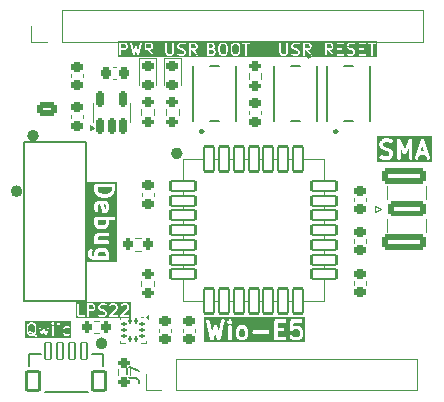
<source format=gto>
G04 #@! TF.GenerationSoftware,KiCad,Pcbnew,9.0.0*
G04 #@! TF.CreationDate,2025-07-01T12:28:05-04:00*
G04 #@! TF.ProjectId,wio-e5-test,77696f2d-6535-42d7-9465-73742e6b6963,rev?*
G04 #@! TF.SameCoordinates,Original*
G04 #@! TF.FileFunction,Legend,Top*
G04 #@! TF.FilePolarity,Positive*
%FSLAX46Y46*%
G04 Gerber Fmt 4.6, Leading zero omitted, Abs format (unit mm)*
G04 Created by KiCad (PCBNEW 9.0.0) date 2025-07-01 12:28:05*
%MOMM*%
%LPD*%
G01*
G04 APERTURE LIST*
G04 Aperture macros list*
%AMRoundRect*
0 Rectangle with rounded corners*
0 $1 Rounding radius*
0 $2 $3 $4 $5 $6 $7 $8 $9 X,Y pos of 4 corners*
0 Add a 4 corners polygon primitive as box body*
4,1,4,$2,$3,$4,$5,$6,$7,$8,$9,$2,$3,0*
0 Add four circle primitives for the rounded corners*
1,1,$1+$1,$2,$3*
1,1,$1+$1,$4,$5*
1,1,$1+$1,$6,$7*
1,1,$1+$1,$8,$9*
0 Add four rect primitives between the rounded corners*
20,1,$1+$1,$2,$3,$4,$5,0*
20,1,$1+$1,$4,$5,$6,$7,0*
20,1,$1+$1,$6,$7,$8,$9,0*
20,1,$1+$1,$8,$9,$2,$3,0*%
G04 Aperture macros list end*
%ADD10C,0.300000*%
%ADD11C,0.150000*%
%ADD12C,0.500000*%
%ADD13C,0.152400*%
%ADD14C,0.120000*%
%ADD15C,0.100000*%
%ADD16C,0.250000*%
%ADD17C,1.168400*%
%ADD18R,1.700000X1.700000*%
%ADD19O,1.700000X1.700000*%
%ADD20RoundRect,0.100000X1.050000X-0.400000X1.050000X0.400000X-1.050000X0.400000X-1.050000X-0.400000X0*%
%ADD21RoundRect,0.100000X0.400000X1.050000X-0.400000X1.050000X-0.400000X-1.050000X0.400000X-1.050000X0*%
%ADD22RoundRect,0.100000X-1.050000X0.400000X-1.050000X-0.400000X1.050000X-0.400000X1.050000X0.400000X0*%
%ADD23RoundRect,0.100000X-0.400000X-1.050000X0.400000X-1.050000X0.400000X1.050000X-0.400000X1.050000X0*%
%ADD24RoundRect,0.218750X0.256250X-0.218750X0.256250X0.218750X-0.256250X0.218750X-0.256250X-0.218750X0*%
%ADD25RoundRect,0.200000X0.275000X-0.200000X0.275000X0.200000X-0.275000X0.200000X-0.275000X-0.200000X0*%
%ADD26RoundRect,0.225000X0.225000X0.250000X-0.225000X0.250000X-0.225000X-0.250000X0.225000X-0.250000X0*%
%ADD27RoundRect,0.225000X0.250000X-0.225000X0.250000X0.225000X-0.250000X0.225000X-0.250000X-0.225000X0*%
%ADD28RoundRect,0.250000X1.350000X-0.385000X1.350000X0.385000X-1.350000X0.385000X-1.350000X-0.385000X0*%
%ADD29RoundRect,0.250000X1.600000X-0.425000X1.600000X0.425000X-1.600000X0.425000X-1.600000X-0.425000X0*%
%ADD30RoundRect,0.225000X-0.250000X0.225000X-0.250000X-0.225000X0.250000X-0.225000X0.250000X0.225000X0*%
%ADD31RoundRect,0.200000X0.200000X0.275000X-0.200000X0.275000X-0.200000X-0.275000X0.200000X-0.275000X0*%
%ADD32RoundRect,0.200000X-0.275000X0.200000X-0.275000X-0.200000X0.275000X-0.200000X0.275000X0.200000X0*%
%ADD33RoundRect,0.066040X0.264160X0.708660X-0.264160X0.708660X-0.264160X-0.708660X0.264160X-0.708660X0*%
%ADD34RoundRect,0.129540X0.518160X0.822960X-0.518160X0.822960X-0.518160X-0.822960X0.518160X-0.822960X0*%
%ADD35R,0.711200X0.990600*%
%ADD36RoundRect,0.218750X-0.256250X0.218750X-0.256250X-0.218750X0.256250X-0.218750X0.256250X0.218750X0*%
%ADD37RoundRect,0.087500X-0.087500X0.125000X-0.087500X-0.125000X0.087500X-0.125000X0.087500X0.125000X0*%
%ADD38RoundRect,0.087500X-0.125000X0.087500X-0.125000X-0.087500X0.125000X-0.087500X0.125000X0.087500X0*%
%ADD39RoundRect,0.200000X-0.200000X-0.275000X0.200000X-0.275000X0.200000X0.275000X-0.200000X0.275000X0*%
%ADD40RoundRect,0.150000X0.150000X-0.512500X0.150000X0.512500X-0.150000X0.512500X-0.150000X-0.512500X0*%
%ADD41RoundRect,0.250000X-0.625000X0.350000X-0.625000X-0.350000X0.625000X-0.350000X0.625000X0.350000X0*%
%ADD42O,1.750000X1.200000*%
G04 APERTURE END LIST*
D10*
G36*
X156654004Y-150673035D02*
G01*
X156691008Y-150710039D01*
X156735714Y-150799451D01*
X156735714Y-151157204D01*
X156691007Y-151246617D01*
X156654002Y-151283622D01*
X156564590Y-151328328D01*
X156421124Y-151328328D01*
X156331710Y-151283621D01*
X156294705Y-151246616D01*
X156250000Y-151157204D01*
X156250000Y-150799451D01*
X156294705Y-150710040D01*
X156331710Y-150673035D01*
X156421124Y-150628328D01*
X156564590Y-150628328D01*
X156654004Y-150673035D01*
G37*
G36*
X161845239Y-151794995D02*
G01*
X153283437Y-151794995D01*
X153283437Y-149983935D01*
X153450104Y-149983935D01*
X153454078Y-150013071D01*
X153811221Y-151513071D01*
X153814682Y-151523114D01*
X153815161Y-151526714D01*
X153817044Y-151529967D01*
X153820803Y-151540872D01*
X153833574Y-151558519D01*
X153844484Y-151577364D01*
X153850599Y-151582045D01*
X153855116Y-151588286D01*
X153873666Y-151599701D01*
X153890959Y-151612938D01*
X153898400Y-151614922D01*
X153904960Y-151618959D01*
X153926463Y-151622406D01*
X153947511Y-151628019D01*
X153955146Y-151627004D01*
X153962749Y-151628223D01*
X153983938Y-151623178D01*
X154005528Y-151620309D01*
X154012191Y-151616451D01*
X154019686Y-151614667D01*
X154037333Y-151601895D01*
X154056178Y-151590986D01*
X154060859Y-151584870D01*
X154067100Y-151580354D01*
X154078515Y-151561803D01*
X154091752Y-151544511D01*
X154095799Y-151533716D01*
X154097773Y-151530510D01*
X154098348Y-151526919D01*
X154102077Y-151516977D01*
X154242856Y-150989054D01*
X154383636Y-151516977D01*
X154387364Y-151526919D01*
X154387940Y-151530510D01*
X154389913Y-151533716D01*
X154393961Y-151544511D01*
X154407197Y-151561803D01*
X154418613Y-151580354D01*
X154424853Y-151584870D01*
X154429535Y-151590986D01*
X154448379Y-151601895D01*
X154466027Y-151614667D01*
X154473521Y-151616451D01*
X154480185Y-151620309D01*
X154501774Y-151623178D01*
X154522964Y-151628223D01*
X154530566Y-151627004D01*
X154538202Y-151628019D01*
X154559249Y-151622406D01*
X154580753Y-151618959D01*
X154587312Y-151614922D01*
X154594754Y-151612938D01*
X154612046Y-151599701D01*
X154630597Y-151588286D01*
X154635113Y-151582045D01*
X154641229Y-151577364D01*
X154652138Y-151558519D01*
X154664910Y-151540872D01*
X154668668Y-151529967D01*
X154670552Y-151526714D01*
X154671030Y-151523114D01*
X154674492Y-151513071D01*
X154920859Y-150478328D01*
X155307142Y-150478328D01*
X155307142Y-151478328D01*
X155310024Y-151507592D01*
X155332422Y-151561664D01*
X155373806Y-151603048D01*
X155427878Y-151625446D01*
X155486406Y-151625446D01*
X155540478Y-151603048D01*
X155581862Y-151561664D01*
X155604260Y-151507592D01*
X155607142Y-151478328D01*
X155607142Y-150764042D01*
X155950000Y-150764042D01*
X155950000Y-151192614D01*
X155952882Y-151221878D01*
X155954944Y-151226856D01*
X155955326Y-151232232D01*
X155965836Y-151259696D01*
X156037264Y-151402553D01*
X156045191Y-151415146D01*
X156046707Y-151418806D01*
X156050088Y-151422925D01*
X156052929Y-151427439D01*
X156055922Y-151430035D01*
X156065362Y-151441537D01*
X156136791Y-151512966D01*
X156148295Y-151522407D01*
X156150890Y-151525399D01*
X156155399Y-151528237D01*
X156159522Y-151531621D01*
X156163183Y-151533137D01*
X156175775Y-151541064D01*
X156318633Y-151612492D01*
X156346096Y-151623002D01*
X156351471Y-151623383D01*
X156356450Y-151625446D01*
X156385714Y-151628328D01*
X156600000Y-151628328D01*
X156629264Y-151625446D01*
X156634242Y-151623383D01*
X156639618Y-151623002D01*
X156667082Y-151612492D01*
X156809939Y-151541064D01*
X156822532Y-151533136D01*
X156826192Y-151531621D01*
X156830311Y-151528239D01*
X156834825Y-151525399D01*
X156837421Y-151522405D01*
X156848923Y-151512966D01*
X156920352Y-151441537D01*
X156929793Y-151430032D01*
X156932785Y-151427438D01*
X156935623Y-151422928D01*
X156939007Y-151418806D01*
X156940523Y-151415144D01*
X156948450Y-151402553D01*
X157019878Y-151259695D01*
X157030388Y-151232232D01*
X157030769Y-151226856D01*
X157032832Y-151221878D01*
X157035714Y-151192614D01*
X157035714Y-150877636D01*
X157381453Y-150877636D01*
X157381453Y-150936164D01*
X157403851Y-150990236D01*
X157445235Y-151031620D01*
X157499307Y-151054018D01*
X157528571Y-151056900D01*
X158671429Y-151056900D01*
X158700693Y-151054018D01*
X158754765Y-151031620D01*
X158796149Y-150990236D01*
X158818547Y-150936164D01*
X158818547Y-150877636D01*
X158796149Y-150823564D01*
X158754765Y-150782180D01*
X158700693Y-150759782D01*
X158671429Y-150756900D01*
X157528571Y-150756900D01*
X157499307Y-150759782D01*
X157445235Y-150782180D01*
X157403851Y-150823564D01*
X157381453Y-150877636D01*
X157035714Y-150877636D01*
X157035714Y-150764042D01*
X157032832Y-150734778D01*
X157030769Y-150729799D01*
X157030388Y-150724424D01*
X157019878Y-150696961D01*
X156948450Y-150554103D01*
X156940521Y-150541508D01*
X156939006Y-150537849D01*
X156935624Y-150533728D01*
X156932785Y-150529218D01*
X156929793Y-150526623D01*
X156920351Y-150515118D01*
X156848922Y-150443690D01*
X156837422Y-150434252D01*
X156834825Y-150431258D01*
X156830308Y-150428415D01*
X156826191Y-150425036D01*
X156822534Y-150423521D01*
X156809939Y-150415593D01*
X156667082Y-150344164D01*
X156639619Y-150333655D01*
X156634244Y-150333273D01*
X156629264Y-150331210D01*
X156600000Y-150328328D01*
X156385714Y-150328328D01*
X156356450Y-150331210D01*
X156351469Y-150333273D01*
X156346095Y-150333655D01*
X156318631Y-150344164D01*
X156175775Y-150415593D01*
X156163181Y-150423520D01*
X156159522Y-150425036D01*
X156155401Y-150428417D01*
X156150889Y-150431258D01*
X156148292Y-150434251D01*
X156136792Y-150443690D01*
X156065363Y-150515118D01*
X156055923Y-150526620D01*
X156052929Y-150529217D01*
X156050087Y-150533731D01*
X156046708Y-150537849D01*
X156045192Y-150541507D01*
X156037264Y-150554103D01*
X155965836Y-150696960D01*
X155955326Y-150724424D01*
X155954944Y-150729799D01*
X155952882Y-150734778D01*
X155950000Y-150764042D01*
X155607142Y-150764042D01*
X155607142Y-150478328D01*
X155604260Y-150449064D01*
X155581862Y-150394992D01*
X155540478Y-150353608D01*
X155486406Y-150331210D01*
X155427878Y-150331210D01*
X155373806Y-150353608D01*
X155332422Y-150394992D01*
X155310024Y-150449064D01*
X155307142Y-150478328D01*
X154920859Y-150478328D01*
X155029867Y-150020495D01*
X155238596Y-150020495D01*
X155238596Y-150079021D01*
X155240822Y-150084394D01*
X155260993Y-150133092D01*
X155279648Y-150155823D01*
X155351076Y-150227251D01*
X155373806Y-150245906D01*
X155396203Y-150255182D01*
X155427878Y-150268303D01*
X155486406Y-150268303D01*
X155524640Y-150252465D01*
X155540477Y-150245906D01*
X155540481Y-150245901D01*
X155563207Y-150227252D01*
X155634636Y-150155824D01*
X155653291Y-150133093D01*
X155653292Y-150133092D01*
X155675689Y-150079020D01*
X155675689Y-150020494D01*
X155658224Y-149978328D01*
X159235714Y-149978328D01*
X159235714Y-151478328D01*
X159238596Y-151507592D01*
X159260994Y-151561664D01*
X159302378Y-151603048D01*
X159356450Y-151625446D01*
X159385714Y-151628328D01*
X160100000Y-151628328D01*
X160129264Y-151625446D01*
X160183336Y-151603048D01*
X160224720Y-151561664D01*
X160247118Y-151507592D01*
X160247118Y-151449064D01*
X160224720Y-151394992D01*
X160183336Y-151353608D01*
X160129264Y-151331210D01*
X160100000Y-151328328D01*
X159535714Y-151328328D01*
X159535714Y-150842614D01*
X159885714Y-150842614D01*
X159914978Y-150839732D01*
X159969050Y-150817334D01*
X160010434Y-150775950D01*
X160032832Y-150721878D01*
X160032832Y-150707094D01*
X160522129Y-150707094D01*
X160524311Y-150714325D01*
X160524311Y-150721878D01*
X160532702Y-150742137D01*
X160539036Y-150763126D01*
X160543817Y-150768970D01*
X160546709Y-150775950D01*
X160562213Y-150791453D01*
X160576097Y-150808423D01*
X160582753Y-150811994D01*
X160588095Y-150817335D01*
X160608349Y-150825724D01*
X160627672Y-150836090D01*
X160635189Y-150836841D01*
X160642167Y-150839732D01*
X160664090Y-150839732D01*
X160685909Y-150841914D01*
X160693140Y-150839732D01*
X160700693Y-150839732D01*
X160720952Y-150831340D01*
X160741941Y-150825007D01*
X160747785Y-150820225D01*
X160754765Y-150817334D01*
X160777496Y-150798679D01*
X160831712Y-150744462D01*
X160921124Y-150699757D01*
X161207448Y-150699757D01*
X161296861Y-150744463D01*
X161333864Y-150781467D01*
X161378572Y-150870881D01*
X161378572Y-151157203D01*
X161333864Y-151246617D01*
X161296861Y-151283621D01*
X161207448Y-151328328D01*
X160921124Y-151328328D01*
X160831712Y-151283622D01*
X160777496Y-151229406D01*
X160754765Y-151210751D01*
X160700693Y-151188353D01*
X160642167Y-151188353D01*
X160588095Y-151210750D01*
X160546709Y-151252135D01*
X160524311Y-151306207D01*
X160524311Y-151364733D01*
X160546708Y-151418805D01*
X160565362Y-151441536D01*
X160636790Y-151512965D01*
X160648292Y-151522404D01*
X160650890Y-151525400D01*
X160655404Y-151528241D01*
X160659521Y-151531620D01*
X160663179Y-151533135D01*
X160675776Y-151541064D01*
X160818634Y-151612493D01*
X160846097Y-151623002D01*
X160851472Y-151623383D01*
X160856451Y-151625446D01*
X160885715Y-151628328D01*
X161242857Y-151628328D01*
X161272121Y-151625446D01*
X161277099Y-151623383D01*
X161282475Y-151623002D01*
X161309938Y-151612492D01*
X161452797Y-151541064D01*
X161465391Y-151533135D01*
X161469051Y-151531620D01*
X161473171Y-151528238D01*
X161477682Y-151525399D01*
X161480276Y-151522407D01*
X161491782Y-151512965D01*
X161563210Y-151441536D01*
X161572648Y-151430035D01*
X161575642Y-151427439D01*
X161578482Y-151422926D01*
X161581864Y-151418806D01*
X161583379Y-151415146D01*
X161591307Y-151402553D01*
X161662736Y-151259697D01*
X161673245Y-151232233D01*
X161673626Y-151226858D01*
X161675690Y-151221878D01*
X161678572Y-151192614D01*
X161678572Y-150835471D01*
X161675690Y-150806207D01*
X161673626Y-150801226D01*
X161673245Y-150795852D01*
X161662736Y-150768388D01*
X161591307Y-150625532D01*
X161583379Y-150612938D01*
X161581864Y-150609279D01*
X161578482Y-150605158D01*
X161575642Y-150600646D01*
X161572648Y-150598049D01*
X161563210Y-150586549D01*
X161491782Y-150515120D01*
X161480276Y-150505677D01*
X161477682Y-150502686D01*
X161473171Y-150499846D01*
X161469051Y-150496465D01*
X161465391Y-150494949D01*
X161452797Y-150487021D01*
X161309938Y-150415593D01*
X161282475Y-150405083D01*
X161277099Y-150404701D01*
X161272121Y-150402639D01*
X161242857Y-150399757D01*
X160885715Y-150399757D01*
X160856451Y-150402639D01*
X160851472Y-150404701D01*
X160850964Y-150404737D01*
X160878606Y-150128328D01*
X161457143Y-150128328D01*
X161486407Y-150125446D01*
X161540479Y-150103048D01*
X161581863Y-150061664D01*
X161604261Y-150007592D01*
X161604261Y-149949064D01*
X161581863Y-149894992D01*
X161540479Y-149853608D01*
X161486407Y-149831210D01*
X161457143Y-149828328D01*
X160742857Y-149828328D01*
X160732030Y-149829394D01*
X160728377Y-149829029D01*
X160724809Y-149830105D01*
X160713593Y-149831210D01*
X160693330Y-149839603D01*
X160672345Y-149845935D01*
X160666500Y-149850716D01*
X160659521Y-149853608D01*
X160644015Y-149869113D01*
X160627048Y-149882996D01*
X160623477Y-149889651D01*
X160618137Y-149894992D01*
X160609745Y-149915249D01*
X160599381Y-149934571D01*
X160597166Y-149945618D01*
X160595739Y-149949064D01*
X160595739Y-149952738D01*
X160593601Y-149963403D01*
X160522173Y-150677689D01*
X160522129Y-150707094D01*
X160032832Y-150707094D01*
X160032832Y-150663350D01*
X160010434Y-150609278D01*
X159969050Y-150567894D01*
X159914978Y-150545496D01*
X159885714Y-150542614D01*
X159535714Y-150542614D01*
X159535714Y-150128328D01*
X160100000Y-150128328D01*
X160129264Y-150125446D01*
X160183336Y-150103048D01*
X160224720Y-150061664D01*
X160247118Y-150007592D01*
X160247118Y-149949064D01*
X160224720Y-149894992D01*
X160183336Y-149853608D01*
X160129264Y-149831210D01*
X160100000Y-149828328D01*
X159385714Y-149828328D01*
X159356450Y-149831210D01*
X159302378Y-149853608D01*
X159260994Y-149894992D01*
X159238596Y-149949064D01*
X159235714Y-149978328D01*
X155658224Y-149978328D01*
X155653292Y-149966422D01*
X155634637Y-149943691D01*
X155563208Y-149872262D01*
X155540477Y-149853607D01*
X155508803Y-149840487D01*
X155486406Y-149831210D01*
X155427878Y-149831210D01*
X155405481Y-149840487D01*
X155373807Y-149853607D01*
X155373806Y-149853608D01*
X155351075Y-149872263D01*
X155279647Y-149943692D01*
X155260997Y-149966417D01*
X155260993Y-149966422D01*
X155240823Y-150015119D01*
X155238596Y-150020495D01*
X155029867Y-150020495D01*
X155031635Y-150013071D01*
X155035609Y-149983935D01*
X155026345Y-149926146D01*
X154995672Y-149876302D01*
X154948258Y-149841989D01*
X154891321Y-149828433D01*
X154833532Y-149837697D01*
X154783688Y-149868370D01*
X154749375Y-149915784D01*
X154739793Y-149943585D01*
X154520337Y-150865297D01*
X154387791Y-150368250D01*
X154385219Y-150361393D01*
X154384837Y-150358514D01*
X154382858Y-150355095D01*
X154377466Y-150340717D01*
X154365431Y-150324995D01*
X154355514Y-150307864D01*
X154347798Y-150301957D01*
X154341892Y-150294242D01*
X154324760Y-150284324D01*
X154309039Y-150272290D01*
X154299648Y-150269785D01*
X154291242Y-150264919D01*
X154271620Y-150262311D01*
X154252487Y-150257209D01*
X154242856Y-150258488D01*
X154233225Y-150257209D01*
X154214091Y-150262311D01*
X154194470Y-150264919D01*
X154186063Y-150269785D01*
X154176673Y-150272290D01*
X154160951Y-150284324D01*
X154143820Y-150294242D01*
X154137913Y-150301957D01*
X154130198Y-150307864D01*
X154120280Y-150324995D01*
X154108246Y-150340717D01*
X154102854Y-150355094D01*
X154100875Y-150358514D01*
X154100492Y-150361394D01*
X154097921Y-150368251D01*
X153965375Y-150865297D01*
X153745920Y-149943585D01*
X153736338Y-149915784D01*
X153702025Y-149868370D01*
X153652181Y-149837697D01*
X153594392Y-149828433D01*
X153537455Y-149841989D01*
X153490041Y-149876302D01*
X153459368Y-149926146D01*
X153450104Y-149983935D01*
X153283437Y-149983935D01*
X153283437Y-149661661D01*
X161845239Y-149661661D01*
X161845239Y-151794995D01*
G37*
D11*
G36*
X138817478Y-150264077D02*
G01*
X138889420Y-150336019D01*
X138929762Y-150497386D01*
X138929762Y-150812251D01*
X138889420Y-150973617D01*
X138861904Y-151001133D01*
X138772081Y-150911309D01*
X138766331Y-150906590D01*
X138765032Y-150905092D01*
X138762772Y-150903670D01*
X138760716Y-150901982D01*
X138758888Y-150901224D01*
X138752589Y-150897260D01*
X138657351Y-150849641D01*
X138643619Y-150844386D01*
X138640931Y-150844195D01*
X138638442Y-150843164D01*
X138623810Y-150841723D01*
X138528572Y-150841723D01*
X138513940Y-150843164D01*
X138486904Y-150854363D01*
X138466212Y-150875055D01*
X138455013Y-150902091D01*
X138455013Y-150931355D01*
X138466212Y-150958391D01*
X138486904Y-150979083D01*
X138513940Y-150990282D01*
X138528572Y-150991723D01*
X138606105Y-150991723D01*
X138674620Y-151025980D01*
X138728459Y-151079819D01*
X138593896Y-151079819D01*
X138525380Y-151045561D01*
X138453437Y-150973617D01*
X138413096Y-150812251D01*
X138413096Y-150497386D01*
X138453437Y-150336019D01*
X138525380Y-150264077D01*
X138593896Y-150229819D01*
X138748962Y-150229819D01*
X138817478Y-150264077D01*
G37*
G36*
X142047426Y-151435579D02*
G01*
X138151985Y-151435579D01*
X138151985Y-150488152D01*
X138263096Y-150488152D01*
X138263096Y-150821485D01*
X138263347Y-150824038D01*
X138263185Y-150825131D01*
X138263994Y-150830604D01*
X138264537Y-150836117D01*
X138264959Y-150837138D01*
X138265335Y-150839675D01*
X138312954Y-151030151D01*
X138317901Y-151043997D01*
X138321220Y-151048476D01*
X138323354Y-151053628D01*
X138332682Y-151064994D01*
X138427920Y-151160233D01*
X138433670Y-151164953D01*
X138434969Y-151166450D01*
X138437223Y-151167869D01*
X138439285Y-151169561D01*
X138441117Y-151170319D01*
X138447412Y-151174282D01*
X138542650Y-151221901D01*
X138556381Y-151227156D01*
X138559070Y-151227347D01*
X138561559Y-151228378D01*
X138576191Y-151229819D01*
X138766667Y-151229819D01*
X138781299Y-151228378D01*
X138783788Y-151227346D01*
X138786476Y-151227156D01*
X138800208Y-151221901D01*
X138847096Y-151198457D01*
X138904110Y-151255471D01*
X138909860Y-151260191D01*
X138911159Y-151261688D01*
X138913413Y-151263107D01*
X138915475Y-151264799D01*
X138917307Y-151265557D01*
X138923602Y-151269520D01*
X139018840Y-151317139D01*
X139032571Y-151322394D01*
X139061761Y-151324468D01*
X139089523Y-151315214D01*
X139111630Y-151296041D01*
X139124718Y-151269866D01*
X139126792Y-151240676D01*
X139117538Y-151212915D01*
X139098365Y-151190807D01*
X139085922Y-151182975D01*
X139001570Y-151140799D01*
X138967970Y-151107199D01*
X139010177Y-151064993D01*
X139019504Y-151053628D01*
X139021637Y-151048476D01*
X139024957Y-151043997D01*
X139029904Y-151030151D01*
X139077523Y-150839675D01*
X139077898Y-150837138D01*
X139078321Y-150836117D01*
X139078863Y-150830604D01*
X139079673Y-150825131D01*
X139079510Y-150824038D01*
X139079762Y-150821485D01*
X139079762Y-150494291D01*
X139263348Y-150494291D01*
X139265982Y-150508756D01*
X139456458Y-151175423D01*
X139461863Y-151189096D01*
X139464838Y-151192843D01*
X139466724Y-151197244D01*
X139473861Y-151204209D01*
X139480058Y-151212015D01*
X139484239Y-151214338D01*
X139487667Y-151217683D01*
X139496926Y-151221386D01*
X139505639Y-151226227D01*
X139510393Y-151226773D01*
X139514838Y-151228551D01*
X139524808Y-151228429D01*
X139534711Y-151229567D01*
X139539312Y-151228252D01*
X139544100Y-151228194D01*
X139553265Y-151224265D01*
X139562849Y-151221528D01*
X139566596Y-151218552D01*
X139570997Y-151216667D01*
X139577962Y-151209529D01*
X139585768Y-151203333D01*
X139588091Y-151199151D01*
X139591436Y-151195724D01*
X139598208Y-151182673D01*
X139719048Y-150880572D01*
X139839888Y-151182673D01*
X139846660Y-151195723D01*
X139850003Y-151199148D01*
X139852328Y-151203333D01*
X139860137Y-151209532D01*
X139867099Y-151216666D01*
X139871497Y-151218551D01*
X139875247Y-151221528D01*
X139884832Y-151224266D01*
X139893996Y-151228194D01*
X139898783Y-151228252D01*
X139903385Y-151229567D01*
X139913287Y-151228429D01*
X139923258Y-151228551D01*
X139927701Y-151226773D01*
X139932457Y-151226227D01*
X139941175Y-151221383D01*
X139950428Y-151217682D01*
X139953852Y-151214340D01*
X139958038Y-151212015D01*
X139964236Y-151204206D01*
X139971372Y-151197244D01*
X139973257Y-151192843D01*
X139976233Y-151189096D01*
X139981638Y-151175423D01*
X140172114Y-150508756D01*
X140174748Y-150494291D01*
X140174043Y-150488152D01*
X140405953Y-150488152D01*
X140405953Y-151154819D01*
X140407394Y-151169451D01*
X140418593Y-151196487D01*
X140439285Y-151217179D01*
X140466321Y-151228378D01*
X140495585Y-151228378D01*
X140522621Y-151217179D01*
X140543313Y-151196487D01*
X140554512Y-151169451D01*
X140555953Y-151154819D01*
X140555953Y-150488152D01*
X140882143Y-150488152D01*
X140882143Y-151154819D01*
X140883584Y-151169451D01*
X140894783Y-151196487D01*
X140915475Y-151217179D01*
X140942511Y-151228378D01*
X140971775Y-151228378D01*
X140998811Y-151217179D01*
X141019503Y-151196487D01*
X141030702Y-151169451D01*
X141032143Y-151154819D01*
X141032143Y-150678628D01*
X141310714Y-150678628D01*
X141310714Y-150964342D01*
X141312155Y-150978974D01*
X141313186Y-150981463D01*
X141313377Y-150984151D01*
X141318632Y-150997883D01*
X141366251Y-151093121D01*
X141370214Y-151099417D01*
X141370972Y-151101247D01*
X141372661Y-151103305D01*
X141374083Y-151105564D01*
X141375581Y-151106863D01*
X141380299Y-151112612D01*
X141427918Y-151160232D01*
X141433667Y-151164950D01*
X141434968Y-151166450D01*
X141437227Y-151167872D01*
X141439284Y-151169560D01*
X141441111Y-151170317D01*
X141447411Y-151174282D01*
X141542649Y-151221901D01*
X141556380Y-151227156D01*
X141559069Y-151227347D01*
X141561558Y-151228378D01*
X141576190Y-151229819D01*
X141766666Y-151229819D01*
X141781298Y-151228378D01*
X141783787Y-151227346D01*
X141786475Y-151227156D01*
X141800207Y-151221901D01*
X141895445Y-151174282D01*
X141907888Y-151166450D01*
X141927061Y-151144342D01*
X141936315Y-151116581D01*
X141934241Y-151087391D01*
X141921153Y-151061216D01*
X141899046Y-151042043D01*
X141871284Y-151032789D01*
X141842094Y-151034863D01*
X141828363Y-151040118D01*
X141748961Y-151079819D01*
X141593895Y-151079819D01*
X141525379Y-151045561D01*
X141494972Y-151015153D01*
X141460714Y-150946637D01*
X141460714Y-150696333D01*
X141494972Y-150627817D01*
X141525379Y-150597410D01*
X141593895Y-150563152D01*
X141748961Y-150563152D01*
X141828363Y-150602853D01*
X141842094Y-150608108D01*
X141871284Y-150610182D01*
X141899046Y-150600928D01*
X141921153Y-150581755D01*
X141934241Y-150555580D01*
X141936315Y-150526390D01*
X141927061Y-150498629D01*
X141907888Y-150476521D01*
X141895445Y-150468689D01*
X141800207Y-150421070D01*
X141786475Y-150415815D01*
X141783787Y-150415624D01*
X141781298Y-150414593D01*
X141766666Y-150413152D01*
X141576190Y-150413152D01*
X141561558Y-150414593D01*
X141559069Y-150415623D01*
X141556380Y-150415815D01*
X141542649Y-150421070D01*
X141447411Y-150468689D01*
X141441111Y-150472653D01*
X141439284Y-150473411D01*
X141437227Y-150475099D01*
X141434968Y-150476521D01*
X141433668Y-150478019D01*
X141427919Y-150482738D01*
X141380300Y-150530357D01*
X141375581Y-150536106D01*
X141374083Y-150537406D01*
X141372661Y-150539665D01*
X141370973Y-150541722D01*
X141370215Y-150543549D01*
X141366251Y-150549849D01*
X141318632Y-150645087D01*
X141313377Y-150658819D01*
X141313186Y-150661506D01*
X141312155Y-150663996D01*
X141310714Y-150678628D01*
X141032143Y-150678628D01*
X141032143Y-150488152D01*
X141030702Y-150473520D01*
X141019503Y-150446484D01*
X140998811Y-150425792D01*
X140971775Y-150414593D01*
X140942511Y-150414593D01*
X140915475Y-150425792D01*
X140894783Y-150446484D01*
X140883584Y-150473520D01*
X140882143Y-150488152D01*
X140555953Y-150488152D01*
X140554512Y-150473520D01*
X140543313Y-150446484D01*
X140522621Y-150425792D01*
X140495585Y-150414593D01*
X140466321Y-150414593D01*
X140439285Y-150425792D01*
X140418593Y-150446484D01*
X140407394Y-150473520D01*
X140405953Y-150488152D01*
X140174043Y-150488152D01*
X140171408Y-150465219D01*
X140157196Y-150439638D01*
X140134277Y-150421443D01*
X140106139Y-150413404D01*
X140077067Y-150416744D01*
X140051486Y-150430956D01*
X140033291Y-150453875D01*
X140027886Y-150467548D01*
X139897680Y-150923266D01*
X139788684Y-150650774D01*
X139781912Y-150637723D01*
X139781261Y-150637056D01*
X139780896Y-150636203D01*
X139771085Y-150626629D01*
X139761473Y-150616780D01*
X139760615Y-150616412D01*
X139759952Y-150615765D01*
X139747220Y-150610671D01*
X139734576Y-150605253D01*
X139733646Y-150605241D01*
X139732782Y-150604896D01*
X139719048Y-150605063D01*
X139705314Y-150604896D01*
X139704449Y-150605241D01*
X139703520Y-150605253D01*
X139690918Y-150610654D01*
X139678143Y-150615764D01*
X139677475Y-150616415D01*
X139676623Y-150616781D01*
X139667050Y-150626589D01*
X139657200Y-150636203D01*
X139656833Y-150637058D01*
X139656184Y-150637724D01*
X139649412Y-150650774D01*
X139540415Y-150923266D01*
X139410210Y-150467548D01*
X139404805Y-150453875D01*
X139386610Y-150430956D01*
X139361029Y-150416744D01*
X139331957Y-150413404D01*
X139303819Y-150421443D01*
X139280900Y-150439638D01*
X139266688Y-150465219D01*
X139263348Y-150494291D01*
X139079762Y-150494291D01*
X139079762Y-150488152D01*
X139079510Y-150485598D01*
X139079673Y-150484506D01*
X139078863Y-150479032D01*
X139078321Y-150473520D01*
X139077898Y-150472498D01*
X139077523Y-150469962D01*
X139029904Y-150279486D01*
X139024957Y-150265640D01*
X139021638Y-150261161D01*
X139019504Y-150256008D01*
X139010176Y-150244643D01*
X138953340Y-150187807D01*
X140359775Y-150187807D01*
X140359775Y-150217069D01*
X140370974Y-150244106D01*
X140380301Y-150255471D01*
X140427920Y-150303090D01*
X140439285Y-150312417D01*
X140466321Y-150323616D01*
X140466322Y-150323616D01*
X140495584Y-150323616D01*
X140495585Y-150323616D01*
X140522621Y-150312417D01*
X140533986Y-150303090D01*
X140581605Y-150255471D01*
X140590932Y-150244106D01*
X140602131Y-150217070D01*
X140602131Y-150187807D01*
X140835965Y-150187807D01*
X140835965Y-150217069D01*
X140847164Y-150244106D01*
X140856491Y-150255471D01*
X140904110Y-150303090D01*
X140915475Y-150312417D01*
X140942511Y-150323616D01*
X140942512Y-150323616D01*
X140971774Y-150323616D01*
X140971775Y-150323616D01*
X140998811Y-150312417D01*
X141010176Y-150303090D01*
X141057795Y-150255471D01*
X141067122Y-150244106D01*
X141078321Y-150217070D01*
X141078321Y-150187807D01*
X141070718Y-150169451D01*
X141067122Y-150160770D01*
X141057795Y-150149405D01*
X141010176Y-150101786D01*
X140998811Y-150092459D01*
X140971775Y-150081260D01*
X140971774Y-150081260D01*
X140942511Y-150081260D01*
X140915475Y-150092459D01*
X140904110Y-150101786D01*
X140856491Y-150149405D01*
X140847164Y-150160770D01*
X140835965Y-150187807D01*
X140602131Y-150187807D01*
X140594528Y-150169451D01*
X140590932Y-150160770D01*
X140581605Y-150149405D01*
X140533986Y-150101786D01*
X140522621Y-150092459D01*
X140495585Y-150081260D01*
X140495584Y-150081260D01*
X140466321Y-150081260D01*
X140439285Y-150092459D01*
X140427920Y-150101786D01*
X140380301Y-150149405D01*
X140370974Y-150160770D01*
X140359775Y-150187807D01*
X138953340Y-150187807D01*
X138914938Y-150149405D01*
X138909188Y-150144686D01*
X138907889Y-150143188D01*
X138905629Y-150141766D01*
X138903573Y-150140078D01*
X138901745Y-150139320D01*
X138895446Y-150135356D01*
X138800208Y-150087737D01*
X138786476Y-150082482D01*
X138783788Y-150082291D01*
X138781299Y-150081260D01*
X138766667Y-150079819D01*
X138576191Y-150079819D01*
X138561559Y-150081260D01*
X138559070Y-150082290D01*
X138556381Y-150082482D01*
X138542650Y-150087737D01*
X138447412Y-150135356D01*
X138441117Y-150139318D01*
X138439285Y-150140077D01*
X138437223Y-150141768D01*
X138434969Y-150143188D01*
X138433670Y-150144684D01*
X138427920Y-150149405D01*
X138332682Y-150244643D01*
X138323355Y-150256008D01*
X138321221Y-150261158D01*
X138317901Y-150265640D01*
X138312954Y-150279486D01*
X138265335Y-150469962D01*
X138264959Y-150472498D01*
X138264537Y-150473520D01*
X138263994Y-150479032D01*
X138263185Y-150484506D01*
X138263347Y-150485598D01*
X138263096Y-150488152D01*
X138151985Y-150488152D01*
X138151985Y-149968708D01*
X142047426Y-149968708D01*
X142047426Y-151435579D01*
G37*
G36*
X143870249Y-148664077D02*
G01*
X143900656Y-148694484D01*
X143934914Y-148763000D01*
X143934914Y-148870447D01*
X143900656Y-148938963D01*
X143870249Y-148969370D01*
X143801733Y-149003628D01*
X143513486Y-149003628D01*
X143513486Y-148629819D01*
X143801733Y-148629819D01*
X143870249Y-148664077D01*
G37*
G36*
X147053168Y-149740930D02*
G01*
X142442851Y-149740930D01*
X142442851Y-148554819D01*
X142553962Y-148554819D01*
X142553962Y-149554819D01*
X142555403Y-149569451D01*
X142566602Y-149596487D01*
X142587294Y-149617179D01*
X142614330Y-149628378D01*
X142628962Y-149629819D01*
X143105152Y-149629819D01*
X143119784Y-149628378D01*
X143146820Y-149617179D01*
X143167512Y-149596487D01*
X143178711Y-149569451D01*
X143178711Y-149540187D01*
X143167512Y-149513151D01*
X143146820Y-149492459D01*
X143119784Y-149481260D01*
X143105152Y-149479819D01*
X142703962Y-149479819D01*
X142703962Y-148554819D01*
X143363486Y-148554819D01*
X143363486Y-149554819D01*
X143364927Y-149569451D01*
X143376126Y-149596487D01*
X143396818Y-149617179D01*
X143423854Y-149628378D01*
X143453118Y-149628378D01*
X143480154Y-149617179D01*
X143500846Y-149596487D01*
X143512045Y-149569451D01*
X143513486Y-149554819D01*
X143513486Y-149153628D01*
X143819438Y-149153628D01*
X143834070Y-149152187D01*
X143836559Y-149151155D01*
X143839247Y-149150965D01*
X143852979Y-149145710D01*
X143948217Y-149098091D01*
X143954516Y-149094126D01*
X143956344Y-149093369D01*
X143958400Y-149091680D01*
X143960660Y-149090259D01*
X143961959Y-149088760D01*
X143967709Y-149084042D01*
X144015328Y-149036423D01*
X144020046Y-149030673D01*
X144021545Y-149029374D01*
X144022966Y-149027114D01*
X144024655Y-149025058D01*
X144025412Y-149023230D01*
X144029377Y-149016931D01*
X144076996Y-148921693D01*
X144082251Y-148907962D01*
X144082442Y-148905272D01*
X144083473Y-148902784D01*
X144084914Y-148888152D01*
X144084914Y-148745295D01*
X144315867Y-148745295D01*
X144315867Y-148840533D01*
X144317308Y-148855165D01*
X144318339Y-148857654D01*
X144318530Y-148860342D01*
X144323785Y-148874074D01*
X144371404Y-148969312D01*
X144375368Y-148975611D01*
X144376126Y-148977439D01*
X144377814Y-148979495D01*
X144379236Y-148981755D01*
X144380734Y-148983054D01*
X144385453Y-148988804D01*
X144433072Y-149036423D01*
X144438821Y-149041141D01*
X144440121Y-149042640D01*
X144442380Y-149044061D01*
X144444437Y-149045750D01*
X144446264Y-149046507D01*
X144452564Y-149050472D01*
X144547802Y-149098091D01*
X144548871Y-149098500D01*
X144549307Y-149098823D01*
X144555443Y-149101015D01*
X144561533Y-149103346D01*
X144562073Y-149103384D01*
X144563153Y-149103770D01*
X144745643Y-149149392D01*
X144822630Y-149187886D01*
X144853037Y-149218293D01*
X144887295Y-149286809D01*
X144887295Y-149346637D01*
X144853036Y-149415153D01*
X144822629Y-149445561D01*
X144754114Y-149479819D01*
X144545894Y-149479819D01*
X144414584Y-149436049D01*
X144400247Y-149432789D01*
X144371057Y-149434864D01*
X144344884Y-149447950D01*
X144325710Y-149470057D01*
X144316456Y-149497820D01*
X144318531Y-149527010D01*
X144331617Y-149553183D01*
X144353724Y-149572357D01*
X144367150Y-149578351D01*
X144510006Y-149625970D01*
X144517261Y-149627619D01*
X144519092Y-149628378D01*
X144521745Y-149628639D01*
X144524343Y-149629230D01*
X144526317Y-149629089D01*
X144533724Y-149629819D01*
X144771819Y-149629819D01*
X144786451Y-149628378D01*
X144788940Y-149627346D01*
X144791628Y-149627156D01*
X144805360Y-149621901D01*
X144900598Y-149574282D01*
X144906897Y-149570317D01*
X144908725Y-149569560D01*
X144910781Y-149567872D01*
X144913041Y-149566450D01*
X144914341Y-149564950D01*
X144920091Y-149560232D01*
X144940136Y-149540187D01*
X145222070Y-149540187D01*
X145222070Y-149569451D01*
X145233269Y-149596487D01*
X145253961Y-149617179D01*
X145280997Y-149628378D01*
X145295629Y-149629819D01*
X145914676Y-149629819D01*
X145929308Y-149628378D01*
X145956344Y-149617179D01*
X145977036Y-149596487D01*
X145988235Y-149569451D01*
X145988235Y-149540187D01*
X146174451Y-149540187D01*
X146174451Y-149569451D01*
X146185650Y-149596487D01*
X146206342Y-149617179D01*
X146233378Y-149628378D01*
X146248010Y-149629819D01*
X146867057Y-149629819D01*
X146881689Y-149628378D01*
X146908725Y-149617179D01*
X146929417Y-149596487D01*
X146940616Y-149569451D01*
X146940616Y-149540187D01*
X146929417Y-149513151D01*
X146908725Y-149492459D01*
X146881689Y-149481260D01*
X146867057Y-149479819D01*
X146429076Y-149479819D01*
X146872471Y-149036423D01*
X146881799Y-149025058D01*
X146882830Y-149022567D01*
X146884595Y-149020533D01*
X146890589Y-149007107D01*
X146938208Y-148864251D01*
X146939857Y-148856995D01*
X146940616Y-148855165D01*
X146940877Y-148852511D01*
X146941468Y-148849914D01*
X146941327Y-148847939D01*
X146942057Y-148840533D01*
X146942057Y-148745295D01*
X146940616Y-148730663D01*
X146939585Y-148728174D01*
X146939394Y-148725485D01*
X146934139Y-148711754D01*
X146886520Y-148616516D01*
X146882555Y-148610216D01*
X146881798Y-148608389D01*
X146880109Y-148606332D01*
X146878688Y-148604073D01*
X146877189Y-148602773D01*
X146872471Y-148597024D01*
X146824852Y-148549405D01*
X146819102Y-148544686D01*
X146817803Y-148543188D01*
X146815543Y-148541766D01*
X146813487Y-148540078D01*
X146811659Y-148539320D01*
X146805360Y-148535356D01*
X146710122Y-148487737D01*
X146696390Y-148482482D01*
X146693702Y-148482291D01*
X146691213Y-148481260D01*
X146676581Y-148479819D01*
X146438486Y-148479819D01*
X146423854Y-148481260D01*
X146421365Y-148482290D01*
X146418676Y-148482482D01*
X146404945Y-148487737D01*
X146309707Y-148535356D01*
X146303407Y-148539320D01*
X146301580Y-148540078D01*
X146299523Y-148541766D01*
X146297264Y-148543188D01*
X146295964Y-148544686D01*
X146290215Y-148549405D01*
X146242596Y-148597024D01*
X146233269Y-148608389D01*
X146222070Y-148635426D01*
X146222070Y-148664688D01*
X146233269Y-148691725D01*
X146253961Y-148712417D01*
X146280998Y-148723616D01*
X146310260Y-148723616D01*
X146337297Y-148712417D01*
X146348662Y-148703090D01*
X146387675Y-148664077D01*
X146456191Y-148629819D01*
X146658876Y-148629819D01*
X146727392Y-148664077D01*
X146757799Y-148694484D01*
X146792057Y-148763000D01*
X146792057Y-148828363D01*
X146753885Y-148942876D01*
X146194977Y-149501786D01*
X146185650Y-149513151D01*
X146174451Y-149540187D01*
X145988235Y-149540187D01*
X145977036Y-149513151D01*
X145956344Y-149492459D01*
X145929308Y-149481260D01*
X145914676Y-149479819D01*
X145476695Y-149479819D01*
X145920090Y-149036423D01*
X145929418Y-149025058D01*
X145930449Y-149022567D01*
X145932214Y-149020533D01*
X145938208Y-149007107D01*
X145985827Y-148864251D01*
X145987476Y-148856995D01*
X145988235Y-148855165D01*
X145988496Y-148852511D01*
X145989087Y-148849914D01*
X145988946Y-148847939D01*
X145989676Y-148840533D01*
X145989676Y-148745295D01*
X145988235Y-148730663D01*
X145987204Y-148728174D01*
X145987013Y-148725485D01*
X145981758Y-148711754D01*
X145934139Y-148616516D01*
X145930174Y-148610216D01*
X145929417Y-148608389D01*
X145927728Y-148606332D01*
X145926307Y-148604073D01*
X145924808Y-148602773D01*
X145920090Y-148597024D01*
X145872471Y-148549405D01*
X145866721Y-148544686D01*
X145865422Y-148543188D01*
X145863162Y-148541766D01*
X145861106Y-148540078D01*
X145859278Y-148539320D01*
X145852979Y-148535356D01*
X145757741Y-148487737D01*
X145744009Y-148482482D01*
X145741321Y-148482291D01*
X145738832Y-148481260D01*
X145724200Y-148479819D01*
X145486105Y-148479819D01*
X145471473Y-148481260D01*
X145468984Y-148482290D01*
X145466295Y-148482482D01*
X145452564Y-148487737D01*
X145357326Y-148535356D01*
X145351026Y-148539320D01*
X145349199Y-148540078D01*
X145347142Y-148541766D01*
X145344883Y-148543188D01*
X145343583Y-148544686D01*
X145337834Y-148549405D01*
X145290215Y-148597024D01*
X145280888Y-148608389D01*
X145269689Y-148635426D01*
X145269689Y-148664688D01*
X145280888Y-148691725D01*
X145301580Y-148712417D01*
X145328617Y-148723616D01*
X145357879Y-148723616D01*
X145384916Y-148712417D01*
X145396281Y-148703090D01*
X145435294Y-148664077D01*
X145503810Y-148629819D01*
X145706495Y-148629819D01*
X145775011Y-148664077D01*
X145805418Y-148694484D01*
X145839676Y-148763000D01*
X145839676Y-148828363D01*
X145801504Y-148942876D01*
X145242596Y-149501786D01*
X145233269Y-149513151D01*
X145222070Y-149540187D01*
X144940136Y-149540187D01*
X144967709Y-149512613D01*
X144972427Y-149506863D01*
X144973926Y-149505564D01*
X144975347Y-149503305D01*
X144977037Y-149501247D01*
X144977794Y-149499417D01*
X144981758Y-149493121D01*
X145029377Y-149397883D01*
X145034632Y-149384152D01*
X145034823Y-149381462D01*
X145035854Y-149378974D01*
X145037295Y-149364342D01*
X145037295Y-149269104D01*
X145035854Y-149254472D01*
X145034823Y-149251983D01*
X145034632Y-149249294D01*
X145029377Y-149235563D01*
X144981758Y-149140325D01*
X144977793Y-149134025D01*
X144977036Y-149132198D01*
X144975347Y-149130141D01*
X144973926Y-149127882D01*
X144972427Y-149126582D01*
X144967709Y-149120833D01*
X144920090Y-149073214D01*
X144914340Y-149068495D01*
X144913041Y-149066997D01*
X144910781Y-149065575D01*
X144908725Y-149063887D01*
X144906897Y-149063129D01*
X144900598Y-149059165D01*
X144805360Y-149011546D01*
X144804290Y-149011136D01*
X144803855Y-149010814D01*
X144797709Y-149008618D01*
X144791628Y-149006291D01*
X144791088Y-149006252D01*
X144790009Y-149005867D01*
X144607519Y-148960244D01*
X144530532Y-148921751D01*
X144500125Y-148891344D01*
X144465867Y-148822828D01*
X144465867Y-148763000D01*
X144500125Y-148694484D01*
X144530532Y-148664077D01*
X144599048Y-148629819D01*
X144807268Y-148629819D01*
X144938577Y-148673589D01*
X144952914Y-148676849D01*
X144982104Y-148674774D01*
X145008278Y-148661688D01*
X145027452Y-148639580D01*
X145036706Y-148611818D01*
X145034631Y-148582628D01*
X145021544Y-148556455D01*
X144999437Y-148537281D01*
X144986012Y-148531287D01*
X144843155Y-148483668D01*
X144835901Y-148482018D01*
X144834070Y-148481260D01*
X144831415Y-148480998D01*
X144828818Y-148480408D01*
X144826843Y-148480548D01*
X144819438Y-148479819D01*
X144581343Y-148479819D01*
X144566711Y-148481260D01*
X144564222Y-148482290D01*
X144561533Y-148482482D01*
X144547802Y-148487737D01*
X144452564Y-148535356D01*
X144446264Y-148539320D01*
X144444437Y-148540078D01*
X144442380Y-148541766D01*
X144440121Y-148543188D01*
X144438821Y-148544686D01*
X144433072Y-148549405D01*
X144385453Y-148597024D01*
X144380734Y-148602773D01*
X144379236Y-148604073D01*
X144377814Y-148606332D01*
X144376126Y-148608389D01*
X144375368Y-148610216D01*
X144371404Y-148616516D01*
X144323785Y-148711754D01*
X144318530Y-148725486D01*
X144318339Y-148728173D01*
X144317308Y-148730663D01*
X144315867Y-148745295D01*
X144084914Y-148745295D01*
X144083473Y-148730663D01*
X144082442Y-148728174D01*
X144082251Y-148725485D01*
X144076996Y-148711754D01*
X144029377Y-148616516D01*
X144025412Y-148610216D01*
X144024655Y-148608389D01*
X144022966Y-148606332D01*
X144021545Y-148604073D01*
X144020046Y-148602773D01*
X144015328Y-148597024D01*
X143967709Y-148549405D01*
X143961959Y-148544686D01*
X143960660Y-148543188D01*
X143958400Y-148541766D01*
X143956344Y-148540078D01*
X143954516Y-148539320D01*
X143948217Y-148535356D01*
X143852979Y-148487737D01*
X143839247Y-148482482D01*
X143836559Y-148482291D01*
X143834070Y-148481260D01*
X143819438Y-148479819D01*
X143438486Y-148479819D01*
X143423854Y-148481260D01*
X143396818Y-148492459D01*
X143376126Y-148513151D01*
X143364927Y-148540187D01*
X143363486Y-148554819D01*
X142703962Y-148554819D01*
X142702521Y-148540187D01*
X142691322Y-148513151D01*
X142670630Y-148492459D01*
X142643594Y-148481260D01*
X142614330Y-148481260D01*
X142587294Y-148492459D01*
X142566602Y-148513151D01*
X142555403Y-148540187D01*
X142553962Y-148554819D01*
X142442851Y-148554819D01*
X142442851Y-148368708D01*
X147053168Y-148368708D01*
X147053168Y-149740930D01*
G37*
G36*
X162460000Y-126275001D02*
G01*
X163420000Y-126275001D01*
X163420000Y-127634999D01*
X162460000Y-127634999D01*
X162460000Y-126275001D01*
G37*
G36*
X157290000Y-126270000D02*
G01*
X159580000Y-126270000D01*
X159580000Y-127639998D01*
X157290000Y-127639998D01*
X157290000Y-126270000D01*
G37*
G36*
X152800000Y-126270000D02*
G01*
X153500000Y-126270000D01*
X153500000Y-127639998D01*
X152800000Y-127639998D01*
X152800000Y-126270000D01*
G37*
G36*
X148760334Y-126564077D02*
G01*
X148790741Y-126594484D01*
X148824999Y-126663000D01*
X148824999Y-126770447D01*
X148790741Y-126838963D01*
X148760334Y-126869370D01*
X148691818Y-126903628D01*
X148403571Y-126903628D01*
X148403571Y-126529819D01*
X148691818Y-126529819D01*
X148760334Y-126564077D01*
G37*
G36*
X152522239Y-126564077D02*
G01*
X152552646Y-126594484D01*
X152586904Y-126663000D01*
X152586904Y-126770447D01*
X152552646Y-126838963D01*
X152522239Y-126869370D01*
X152453723Y-126903628D01*
X152165476Y-126903628D01*
X152165476Y-126529819D01*
X152453723Y-126529819D01*
X152522239Y-126564077D01*
G37*
G36*
X146617477Y-126564077D02*
G01*
X146647884Y-126594484D01*
X146682142Y-126663000D01*
X146682142Y-126770447D01*
X146647884Y-126838963D01*
X146617477Y-126869370D01*
X146548961Y-126903628D01*
X146260714Y-126903628D01*
X146260714Y-126529819D01*
X146548961Y-126529819D01*
X146617477Y-126564077D01*
G37*
G36*
X152848015Y-127640930D02*
G01*
X145999603Y-127640930D01*
X145999603Y-126454819D01*
X146110714Y-126454819D01*
X146110714Y-127454819D01*
X146112155Y-127469451D01*
X146123354Y-127496487D01*
X146144046Y-127517179D01*
X146171082Y-127528378D01*
X146200346Y-127528378D01*
X146227382Y-127517179D01*
X146248074Y-127496487D01*
X146259273Y-127469451D01*
X146260714Y-127454819D01*
X146260714Y-127053628D01*
X146566666Y-127053628D01*
X146581298Y-127052187D01*
X146583787Y-127051155D01*
X146586475Y-127050965D01*
X146600207Y-127045710D01*
X146695445Y-126998091D01*
X146701744Y-126994126D01*
X146703572Y-126993369D01*
X146705628Y-126991680D01*
X146707888Y-126990259D01*
X146709187Y-126988760D01*
X146714937Y-126984042D01*
X146762556Y-126936423D01*
X146767274Y-126930673D01*
X146768773Y-126929374D01*
X146770194Y-126927114D01*
X146771883Y-126925058D01*
X146772640Y-126923230D01*
X146776605Y-126916931D01*
X146824224Y-126821693D01*
X146829479Y-126807962D01*
X146829670Y-126805272D01*
X146830701Y-126802784D01*
X146832142Y-126788152D01*
X146832142Y-126645295D01*
X146830701Y-126630663D01*
X146829670Y-126628174D01*
X146829479Y-126625485D01*
X146824224Y-126611754D01*
X146776605Y-126516516D01*
X146772640Y-126510216D01*
X146771883Y-126508389D01*
X146770194Y-126506332D01*
X146768773Y-126504073D01*
X146767274Y-126502773D01*
X146762556Y-126497024D01*
X146723155Y-126457623D01*
X147015528Y-126457623D01*
X147017516Y-126472191D01*
X147255611Y-127472191D01*
X147257340Y-127477210D01*
X147257580Y-127479012D01*
X147258522Y-127480640D01*
X147260401Y-127486091D01*
X147266787Y-127494915D01*
X147272242Y-127504337D01*
X147275299Y-127506677D01*
X147277558Y-127509798D01*
X147286833Y-127515505D01*
X147295480Y-127522124D01*
X147299200Y-127523116D01*
X147302480Y-127525134D01*
X147313234Y-127526858D01*
X147323756Y-127529664D01*
X147327571Y-127529157D01*
X147331375Y-127529767D01*
X147341973Y-127527243D01*
X147352764Y-127525810D01*
X147356095Y-127523881D01*
X147359843Y-127522989D01*
X147368667Y-127516602D01*
X147378089Y-127511148D01*
X147380429Y-127508090D01*
X147383550Y-127505832D01*
X147389257Y-127496556D01*
X147395876Y-127487910D01*
X147397901Y-127482510D01*
X147398886Y-127480910D01*
X147399173Y-127479118D01*
X147401039Y-127474144D01*
X147519046Y-127031613D01*
X147637055Y-127474144D01*
X147638920Y-127479119D01*
X147639208Y-127480910D01*
X147640192Y-127482509D01*
X147642218Y-127487911D01*
X147648838Y-127496559D01*
X147654544Y-127505832D01*
X147657664Y-127508090D01*
X147660005Y-127511148D01*
X147669426Y-127516602D01*
X147678251Y-127522989D01*
X147681998Y-127523881D01*
X147685330Y-127525810D01*
X147696123Y-127527244D01*
X147706719Y-127529767D01*
X147710520Y-127529157D01*
X147714339Y-127529665D01*
X147724870Y-127526856D01*
X147735614Y-127525134D01*
X147738890Y-127523118D01*
X147742614Y-127522125D01*
X147751264Y-127515503D01*
X147760536Y-127509798D01*
X147762794Y-127506677D01*
X147765852Y-127504337D01*
X147771307Y-127494914D01*
X147777693Y-127486091D01*
X147779570Y-127480642D01*
X147780514Y-127479013D01*
X147780753Y-127477209D01*
X147782483Y-127472191D01*
X148020579Y-126472191D01*
X148022567Y-126457623D01*
X148022117Y-126454819D01*
X148253571Y-126454819D01*
X148253571Y-127454819D01*
X148255012Y-127469451D01*
X148266211Y-127496487D01*
X148286903Y-127517179D01*
X148313939Y-127528378D01*
X148343203Y-127528378D01*
X148370239Y-127517179D01*
X148390931Y-127496487D01*
X148402130Y-127469451D01*
X148403571Y-127454819D01*
X148403571Y-127053628D01*
X148527617Y-127053628D01*
X148838557Y-127497829D01*
X148848128Y-127508989D01*
X148872807Y-127524716D01*
X148901624Y-127529802D01*
X148930195Y-127523472D01*
X148954169Y-127506690D01*
X148969896Y-127482012D01*
X148974981Y-127453194D01*
X148968652Y-127424623D01*
X148961442Y-127411810D01*
X148710638Y-127053518D01*
X148724155Y-127052187D01*
X148726644Y-127051155D01*
X148729332Y-127050965D01*
X148743064Y-127045710D01*
X148838302Y-126998091D01*
X148844601Y-126994126D01*
X148846429Y-126993369D01*
X148848485Y-126991680D01*
X148850745Y-126990259D01*
X148852044Y-126988760D01*
X148857794Y-126984042D01*
X148905413Y-126936423D01*
X148910131Y-126930673D01*
X148911630Y-126929374D01*
X148913051Y-126927114D01*
X148914740Y-126925058D01*
X148915497Y-126923230D01*
X148919462Y-126916931D01*
X148967081Y-126821693D01*
X148972336Y-126807962D01*
X148972527Y-126805272D01*
X148973558Y-126802784D01*
X148974999Y-126788152D01*
X148974999Y-126645295D01*
X148973558Y-126630663D01*
X148972527Y-126628174D01*
X148972336Y-126625485D01*
X148967081Y-126611754D01*
X148919462Y-126516516D01*
X148915497Y-126510216D01*
X148914740Y-126508389D01*
X148913051Y-126506332D01*
X148911630Y-126504073D01*
X148910131Y-126502773D01*
X148905413Y-126497024D01*
X148863208Y-126454819D01*
X150015476Y-126454819D01*
X150015476Y-127264342D01*
X150016917Y-127278974D01*
X150017948Y-127281463D01*
X150018139Y-127284151D01*
X150023394Y-127297883D01*
X150071013Y-127393121D01*
X150074976Y-127399417D01*
X150075734Y-127401247D01*
X150077423Y-127403305D01*
X150078845Y-127405564D01*
X150080343Y-127406863D01*
X150085061Y-127412612D01*
X150132680Y-127460232D01*
X150138429Y-127464950D01*
X150139730Y-127466450D01*
X150141989Y-127467872D01*
X150144046Y-127469560D01*
X150145873Y-127470317D01*
X150152173Y-127474282D01*
X150247411Y-127521901D01*
X150261142Y-127527156D01*
X150263831Y-127527347D01*
X150266320Y-127528378D01*
X150280952Y-127529819D01*
X150471428Y-127529819D01*
X150486060Y-127528378D01*
X150488549Y-127527346D01*
X150491237Y-127527156D01*
X150504969Y-127521901D01*
X150600207Y-127474282D01*
X150606506Y-127470317D01*
X150608334Y-127469560D01*
X150610390Y-127467872D01*
X150612650Y-127466450D01*
X150613950Y-127464950D01*
X150619700Y-127460232D01*
X150667318Y-127412613D01*
X150672036Y-127406863D01*
X150673535Y-127405564D01*
X150674956Y-127403305D01*
X150676646Y-127401247D01*
X150677403Y-127399417D01*
X150681367Y-127393121D01*
X150728986Y-127297883D01*
X150734241Y-127284152D01*
X150734432Y-127281462D01*
X150735463Y-127278974D01*
X150736904Y-127264342D01*
X150736904Y-126645295D01*
X151015476Y-126645295D01*
X151015476Y-126740533D01*
X151016917Y-126755165D01*
X151017948Y-126757654D01*
X151018139Y-126760342D01*
X151023394Y-126774074D01*
X151071013Y-126869312D01*
X151074977Y-126875611D01*
X151075735Y-126877439D01*
X151077423Y-126879495D01*
X151078845Y-126881755D01*
X151080343Y-126883054D01*
X151085062Y-126888804D01*
X151132681Y-126936423D01*
X151138430Y-126941141D01*
X151139730Y-126942640D01*
X151141989Y-126944061D01*
X151144046Y-126945750D01*
X151145873Y-126946507D01*
X151152173Y-126950472D01*
X151247411Y-126998091D01*
X151248480Y-126998500D01*
X151248916Y-126998823D01*
X151255052Y-127001015D01*
X151261142Y-127003346D01*
X151261682Y-127003384D01*
X151262762Y-127003770D01*
X151445252Y-127049392D01*
X151522239Y-127087886D01*
X151552646Y-127118293D01*
X151586904Y-127186809D01*
X151586904Y-127246637D01*
X151552645Y-127315153D01*
X151522238Y-127345561D01*
X151453723Y-127379819D01*
X151245503Y-127379819D01*
X151114193Y-127336049D01*
X151099856Y-127332789D01*
X151070666Y-127334864D01*
X151044493Y-127347950D01*
X151025319Y-127370057D01*
X151016065Y-127397820D01*
X151018140Y-127427010D01*
X151031226Y-127453183D01*
X151053333Y-127472357D01*
X151066759Y-127478351D01*
X151209615Y-127525970D01*
X151216870Y-127527619D01*
X151218701Y-127528378D01*
X151221354Y-127528639D01*
X151223952Y-127529230D01*
X151225926Y-127529089D01*
X151233333Y-127529819D01*
X151471428Y-127529819D01*
X151486060Y-127528378D01*
X151488549Y-127527346D01*
X151491237Y-127527156D01*
X151504969Y-127521901D01*
X151600207Y-127474282D01*
X151606506Y-127470317D01*
X151608334Y-127469560D01*
X151610390Y-127467872D01*
X151612650Y-127466450D01*
X151613950Y-127464950D01*
X151619700Y-127460232D01*
X151667318Y-127412613D01*
X151672036Y-127406863D01*
X151673535Y-127405564D01*
X151674956Y-127403305D01*
X151676646Y-127401247D01*
X151677403Y-127399417D01*
X151681367Y-127393121D01*
X151728986Y-127297883D01*
X151734241Y-127284152D01*
X151734432Y-127281462D01*
X151735463Y-127278974D01*
X151736904Y-127264342D01*
X151736904Y-127169104D01*
X151735463Y-127154472D01*
X151734432Y-127151983D01*
X151734241Y-127149294D01*
X151728986Y-127135563D01*
X151681367Y-127040325D01*
X151677402Y-127034025D01*
X151676645Y-127032198D01*
X151674956Y-127030141D01*
X151673535Y-127027882D01*
X151672036Y-127026582D01*
X151667318Y-127020833D01*
X151619699Y-126973214D01*
X151613949Y-126968495D01*
X151612650Y-126966997D01*
X151610390Y-126965575D01*
X151608334Y-126963887D01*
X151606506Y-126963129D01*
X151600207Y-126959165D01*
X151504969Y-126911546D01*
X151503899Y-126911136D01*
X151503464Y-126910814D01*
X151497318Y-126908618D01*
X151491237Y-126906291D01*
X151490697Y-126906252D01*
X151489618Y-126905867D01*
X151307128Y-126860244D01*
X151230141Y-126821751D01*
X151199734Y-126791344D01*
X151165476Y-126722828D01*
X151165476Y-126663000D01*
X151199734Y-126594484D01*
X151230141Y-126564077D01*
X151298657Y-126529819D01*
X151506877Y-126529819D01*
X151638186Y-126573589D01*
X151652523Y-126576849D01*
X151681713Y-126574774D01*
X151707887Y-126561688D01*
X151727061Y-126539580D01*
X151736315Y-126511818D01*
X151734240Y-126482628D01*
X151721153Y-126456455D01*
X151719267Y-126454819D01*
X152015476Y-126454819D01*
X152015476Y-127454819D01*
X152016917Y-127469451D01*
X152028116Y-127496487D01*
X152048808Y-127517179D01*
X152075844Y-127528378D01*
X152105108Y-127528378D01*
X152132144Y-127517179D01*
X152152836Y-127496487D01*
X152164035Y-127469451D01*
X152165476Y-127454819D01*
X152165476Y-127053628D01*
X152289522Y-127053628D01*
X152600462Y-127497829D01*
X152610033Y-127508989D01*
X152634712Y-127524716D01*
X152663529Y-127529802D01*
X152692100Y-127523472D01*
X152716074Y-127506690D01*
X152731801Y-127482012D01*
X152736886Y-127453194D01*
X152730557Y-127424623D01*
X152723347Y-127411810D01*
X152472543Y-127053518D01*
X152486060Y-127052187D01*
X152488549Y-127051155D01*
X152491237Y-127050965D01*
X152504969Y-127045710D01*
X152600207Y-126998091D01*
X152606506Y-126994126D01*
X152608334Y-126993369D01*
X152610390Y-126991680D01*
X152612650Y-126990259D01*
X152613949Y-126988760D01*
X152619699Y-126984042D01*
X152667318Y-126936423D01*
X152672036Y-126930673D01*
X152673535Y-126929374D01*
X152674956Y-126927114D01*
X152676645Y-126925058D01*
X152677402Y-126923230D01*
X152681367Y-126916931D01*
X152728986Y-126821693D01*
X152734241Y-126807962D01*
X152734432Y-126805272D01*
X152735463Y-126802784D01*
X152736904Y-126788152D01*
X152736904Y-126645295D01*
X152735463Y-126630663D01*
X152734432Y-126628174D01*
X152734241Y-126625485D01*
X152728986Y-126611754D01*
X152681367Y-126516516D01*
X152677402Y-126510216D01*
X152676645Y-126508389D01*
X152674956Y-126506332D01*
X152673535Y-126504073D01*
X152672036Y-126502773D01*
X152667318Y-126497024D01*
X152619699Y-126449405D01*
X152613949Y-126444686D01*
X152612650Y-126443188D01*
X152610390Y-126441766D01*
X152608334Y-126440078D01*
X152606506Y-126439320D01*
X152600207Y-126435356D01*
X152504969Y-126387737D01*
X152491237Y-126382482D01*
X152488549Y-126382291D01*
X152486060Y-126381260D01*
X152471428Y-126379819D01*
X152090476Y-126379819D01*
X152075844Y-126381260D01*
X152048808Y-126392459D01*
X152028116Y-126413151D01*
X152016917Y-126440187D01*
X152015476Y-126454819D01*
X151719267Y-126454819D01*
X151699046Y-126437281D01*
X151685621Y-126431287D01*
X151542764Y-126383668D01*
X151535510Y-126382018D01*
X151533679Y-126381260D01*
X151531024Y-126380998D01*
X151528427Y-126380408D01*
X151526452Y-126380548D01*
X151519047Y-126379819D01*
X151280952Y-126379819D01*
X151266320Y-126381260D01*
X151263831Y-126382290D01*
X151261142Y-126382482D01*
X151247411Y-126387737D01*
X151152173Y-126435356D01*
X151145873Y-126439320D01*
X151144046Y-126440078D01*
X151141989Y-126441766D01*
X151139730Y-126443188D01*
X151138430Y-126444686D01*
X151132681Y-126449405D01*
X151085062Y-126497024D01*
X151080343Y-126502773D01*
X151078845Y-126504073D01*
X151077423Y-126506332D01*
X151075735Y-126508389D01*
X151074977Y-126510216D01*
X151071013Y-126516516D01*
X151023394Y-126611754D01*
X151018139Y-126625486D01*
X151017948Y-126628173D01*
X151016917Y-126630663D01*
X151015476Y-126645295D01*
X150736904Y-126645295D01*
X150736904Y-126454819D01*
X150735463Y-126440187D01*
X150724264Y-126413151D01*
X150703572Y-126392459D01*
X150676536Y-126381260D01*
X150647272Y-126381260D01*
X150620236Y-126392459D01*
X150599544Y-126413151D01*
X150588345Y-126440187D01*
X150586904Y-126454819D01*
X150586904Y-127246637D01*
X150552645Y-127315153D01*
X150522238Y-127345561D01*
X150453723Y-127379819D01*
X150298657Y-127379819D01*
X150230141Y-127345561D01*
X150199734Y-127315153D01*
X150165476Y-127246637D01*
X150165476Y-126454819D01*
X150164035Y-126440187D01*
X150152836Y-126413151D01*
X150132144Y-126392459D01*
X150105108Y-126381260D01*
X150075844Y-126381260D01*
X150048808Y-126392459D01*
X150028116Y-126413151D01*
X150016917Y-126440187D01*
X150015476Y-126454819D01*
X148863208Y-126454819D01*
X148857794Y-126449405D01*
X148852044Y-126444686D01*
X148850745Y-126443188D01*
X148848485Y-126441766D01*
X148846429Y-126440078D01*
X148844601Y-126439320D01*
X148838302Y-126435356D01*
X148743064Y-126387737D01*
X148729332Y-126382482D01*
X148726644Y-126382291D01*
X148724155Y-126381260D01*
X148709523Y-126379819D01*
X148328571Y-126379819D01*
X148313939Y-126381260D01*
X148286903Y-126392459D01*
X148266211Y-126413151D01*
X148255012Y-126440187D01*
X148253571Y-126454819D01*
X148022117Y-126454819D01*
X148017934Y-126428728D01*
X148002598Y-126403806D01*
X147978891Y-126386650D01*
X147950423Y-126379871D01*
X147921528Y-126384504D01*
X147896606Y-126399840D01*
X147879449Y-126423547D01*
X147874659Y-126437448D01*
X147705406Y-127148303D01*
X147591515Y-126721208D01*
X147590229Y-126717780D01*
X147590038Y-126716339D01*
X147589046Y-126714626D01*
X147586352Y-126707442D01*
X147580337Y-126699583D01*
X147575376Y-126691015D01*
X147571517Y-126688061D01*
X147568565Y-126684204D01*
X147560000Y-126679245D01*
X147552138Y-126673227D01*
X147547441Y-126671974D01*
X147543240Y-126669542D01*
X147533433Y-126668239D01*
X147523863Y-126665687D01*
X147519044Y-126666327D01*
X147514232Y-126665688D01*
X147504671Y-126668237D01*
X147494854Y-126669542D01*
X147490648Y-126671976D01*
X147485956Y-126673228D01*
X147478096Y-126679243D01*
X147469529Y-126684204D01*
X147466575Y-126688062D01*
X147462718Y-126691015D01*
X147457759Y-126699580D01*
X147451742Y-126707441D01*
X147449045Y-126714630D01*
X147448056Y-126716340D01*
X147447864Y-126717779D01*
X147446579Y-126721208D01*
X147332687Y-127148303D01*
X147163436Y-126437447D01*
X147158646Y-126423547D01*
X147141489Y-126399840D01*
X147116567Y-126384504D01*
X147087672Y-126379871D01*
X147059204Y-126386649D01*
X147035497Y-126403806D01*
X147020161Y-126428728D01*
X147015528Y-126457623D01*
X146723155Y-126457623D01*
X146714937Y-126449405D01*
X146709187Y-126444686D01*
X146707888Y-126443188D01*
X146705628Y-126441766D01*
X146703572Y-126440078D01*
X146701744Y-126439320D01*
X146695445Y-126435356D01*
X146600207Y-126387737D01*
X146586475Y-126382482D01*
X146583787Y-126382291D01*
X146581298Y-126381260D01*
X146566666Y-126379819D01*
X146185714Y-126379819D01*
X146171082Y-126381260D01*
X146144046Y-126392459D01*
X146123354Y-126413151D01*
X146112155Y-126440187D01*
X146110714Y-126454819D01*
X145999603Y-126454819D01*
X145999603Y-126268708D01*
X152848015Y-126268708D01*
X152848015Y-127640930D01*
G37*
G36*
X154045200Y-127044180D02*
G01*
X154071694Y-127070674D01*
X154105952Y-127139190D01*
X154105952Y-127246637D01*
X154071693Y-127315153D01*
X154041286Y-127345561D01*
X153972771Y-127379819D01*
X153684524Y-127379819D01*
X153684524Y-127006009D01*
X153930687Y-127006009D01*
X154045200Y-127044180D01*
G37*
G36*
X153993668Y-126564077D02*
G01*
X154024075Y-126594484D01*
X154058333Y-126663000D01*
X154058333Y-126722828D01*
X154024075Y-126791344D01*
X153993668Y-126821751D01*
X153925152Y-126856009D01*
X153684524Y-126856009D01*
X153684524Y-126529819D01*
X153925152Y-126529819D01*
X153993668Y-126564077D01*
G37*
G36*
X155041287Y-126564077D02*
G01*
X155113229Y-126636019D01*
X155153571Y-126797386D01*
X155153571Y-127112251D01*
X155113229Y-127273617D01*
X155041286Y-127345561D01*
X154972771Y-127379819D01*
X154817705Y-127379819D01*
X154749189Y-127345561D01*
X154677246Y-127273617D01*
X154636905Y-127112251D01*
X154636905Y-126797386D01*
X154677246Y-126636019D01*
X154749189Y-126564077D01*
X154817705Y-126529819D01*
X154972771Y-126529819D01*
X155041287Y-126564077D01*
G37*
G36*
X156088906Y-126564077D02*
G01*
X156160848Y-126636019D01*
X156201190Y-126797386D01*
X156201190Y-127112251D01*
X156160848Y-127273617D01*
X156088905Y-127345561D01*
X156020390Y-127379819D01*
X155865324Y-127379819D01*
X155796808Y-127345561D01*
X155724865Y-127273617D01*
X155684524Y-127112251D01*
X155684524Y-126797386D01*
X155724865Y-126636019D01*
X155796808Y-126564077D01*
X155865324Y-126529819D01*
X156020390Y-126529819D01*
X156088906Y-126564077D01*
G37*
G36*
X157318003Y-127640930D02*
G01*
X153423413Y-127640930D01*
X153423413Y-126454819D01*
X153534524Y-126454819D01*
X153534524Y-127454819D01*
X153535965Y-127469451D01*
X153547164Y-127496487D01*
X153567856Y-127517179D01*
X153594892Y-127528378D01*
X153609524Y-127529819D01*
X153990476Y-127529819D01*
X154005108Y-127528378D01*
X154007597Y-127527346D01*
X154010285Y-127527156D01*
X154024017Y-127521901D01*
X154119255Y-127474282D01*
X154125554Y-127470317D01*
X154127382Y-127469560D01*
X154129438Y-127467872D01*
X154131698Y-127466450D01*
X154132998Y-127464950D01*
X154138748Y-127460232D01*
X154186366Y-127412613D01*
X154191084Y-127406863D01*
X154192583Y-127405564D01*
X154194004Y-127403305D01*
X154195694Y-127401247D01*
X154196451Y-127399417D01*
X154200415Y-127393121D01*
X154248034Y-127297883D01*
X154253289Y-127284152D01*
X154253480Y-127281462D01*
X154254511Y-127278974D01*
X154255952Y-127264342D01*
X154255952Y-127121485D01*
X154254511Y-127106853D01*
X154253480Y-127104364D01*
X154253289Y-127101675D01*
X154248034Y-127087944D01*
X154200415Y-126992706D01*
X154196450Y-126986406D01*
X154195693Y-126984579D01*
X154194004Y-126982522D01*
X154192583Y-126980263D01*
X154191084Y-126978963D01*
X154186366Y-126973214D01*
X154138747Y-126925595D01*
X154127382Y-126916268D01*
X154124891Y-126915236D01*
X154122856Y-126913471D01*
X154116788Y-126910762D01*
X154138747Y-126888804D01*
X154143465Y-126883054D01*
X154144964Y-126881755D01*
X154146385Y-126879495D01*
X154148074Y-126877439D01*
X154148831Y-126875611D01*
X154152796Y-126869312D01*
X154193376Y-126788152D01*
X154486905Y-126788152D01*
X154486905Y-127121485D01*
X154487156Y-127124038D01*
X154486994Y-127125131D01*
X154487803Y-127130604D01*
X154488346Y-127136117D01*
X154488768Y-127137138D01*
X154489144Y-127139675D01*
X154536763Y-127330151D01*
X154541710Y-127343997D01*
X154545029Y-127348476D01*
X154547163Y-127353628D01*
X154556491Y-127364994D01*
X154651729Y-127460233D01*
X154657479Y-127464953D01*
X154658778Y-127466450D01*
X154661032Y-127467869D01*
X154663094Y-127469561D01*
X154664926Y-127470319D01*
X154671221Y-127474282D01*
X154766459Y-127521901D01*
X154780190Y-127527156D01*
X154782879Y-127527347D01*
X154785368Y-127528378D01*
X154800000Y-127529819D01*
X154990476Y-127529819D01*
X155005108Y-127528378D01*
X155007597Y-127527346D01*
X155010285Y-127527156D01*
X155024017Y-127521901D01*
X155119255Y-127474282D01*
X155125554Y-127470317D01*
X155127382Y-127469560D01*
X155129438Y-127467871D01*
X155131698Y-127466450D01*
X155132997Y-127464951D01*
X155138747Y-127460233D01*
X155233986Y-127364993D01*
X155243313Y-127353628D01*
X155245446Y-127348476D01*
X155248766Y-127343997D01*
X155253713Y-127330151D01*
X155301332Y-127139675D01*
X155301707Y-127137138D01*
X155302130Y-127136117D01*
X155302672Y-127130604D01*
X155303482Y-127125131D01*
X155303319Y-127124038D01*
X155303571Y-127121485D01*
X155303571Y-126788152D01*
X155534524Y-126788152D01*
X155534524Y-127121485D01*
X155534775Y-127124038D01*
X155534613Y-127125131D01*
X155535422Y-127130604D01*
X155535965Y-127136117D01*
X155536387Y-127137138D01*
X155536763Y-127139675D01*
X155584382Y-127330151D01*
X155589329Y-127343997D01*
X155592648Y-127348476D01*
X155594782Y-127353628D01*
X155604110Y-127364994D01*
X155699348Y-127460233D01*
X155705098Y-127464953D01*
X155706397Y-127466450D01*
X155708651Y-127467869D01*
X155710713Y-127469561D01*
X155712545Y-127470319D01*
X155718840Y-127474282D01*
X155814078Y-127521901D01*
X155827809Y-127527156D01*
X155830498Y-127527347D01*
X155832987Y-127528378D01*
X155847619Y-127529819D01*
X156038095Y-127529819D01*
X156052727Y-127528378D01*
X156055216Y-127527346D01*
X156057904Y-127527156D01*
X156071636Y-127521901D01*
X156166874Y-127474282D01*
X156173173Y-127470317D01*
X156175001Y-127469560D01*
X156177057Y-127467871D01*
X156179317Y-127466450D01*
X156180616Y-127464951D01*
X156186366Y-127460233D01*
X156281605Y-127364993D01*
X156290932Y-127353628D01*
X156293065Y-127348476D01*
X156296385Y-127343997D01*
X156301332Y-127330151D01*
X156348951Y-127139675D01*
X156349326Y-127137138D01*
X156349749Y-127136117D01*
X156350291Y-127130604D01*
X156351101Y-127125131D01*
X156350938Y-127124038D01*
X156351190Y-127121485D01*
X156351190Y-126788152D01*
X156350938Y-126785598D01*
X156351101Y-126784506D01*
X156350291Y-126779032D01*
X156349749Y-126773520D01*
X156349326Y-126772498D01*
X156348951Y-126769962D01*
X156301332Y-126579486D01*
X156296385Y-126565640D01*
X156293066Y-126561161D01*
X156290932Y-126556008D01*
X156281604Y-126544643D01*
X156186366Y-126449405D01*
X156180616Y-126444686D01*
X156179317Y-126443188D01*
X156177057Y-126441766D01*
X156175134Y-126440187D01*
X156488346Y-126440187D01*
X156488346Y-126469451D01*
X156499545Y-126496487D01*
X156520237Y-126517179D01*
X156547273Y-126528378D01*
X156561905Y-126529819D01*
X156772619Y-126529819D01*
X156772619Y-127454819D01*
X156774060Y-127469451D01*
X156785259Y-127496487D01*
X156805951Y-127517179D01*
X156832987Y-127528378D01*
X156862251Y-127528378D01*
X156889287Y-127517179D01*
X156909979Y-127496487D01*
X156921178Y-127469451D01*
X156922619Y-127454819D01*
X156922619Y-126529819D01*
X157133333Y-126529819D01*
X157147965Y-126528378D01*
X157175001Y-126517179D01*
X157195693Y-126496487D01*
X157206892Y-126469451D01*
X157206892Y-126440187D01*
X157195693Y-126413151D01*
X157175001Y-126392459D01*
X157147965Y-126381260D01*
X157133333Y-126379819D01*
X156561905Y-126379819D01*
X156547273Y-126381260D01*
X156520237Y-126392459D01*
X156499545Y-126413151D01*
X156488346Y-126440187D01*
X156175134Y-126440187D01*
X156175001Y-126440078D01*
X156173173Y-126439320D01*
X156166874Y-126435356D01*
X156071636Y-126387737D01*
X156057904Y-126382482D01*
X156055216Y-126382291D01*
X156052727Y-126381260D01*
X156038095Y-126379819D01*
X155847619Y-126379819D01*
X155832987Y-126381260D01*
X155830498Y-126382290D01*
X155827809Y-126382482D01*
X155814078Y-126387737D01*
X155718840Y-126435356D01*
X155712545Y-126439318D01*
X155710713Y-126440077D01*
X155708651Y-126441768D01*
X155706397Y-126443188D01*
X155705098Y-126444684D01*
X155699348Y-126449405D01*
X155604110Y-126544643D01*
X155594783Y-126556008D01*
X155592649Y-126561158D01*
X155589329Y-126565640D01*
X155584382Y-126579486D01*
X155536763Y-126769962D01*
X155536387Y-126772498D01*
X155535965Y-126773520D01*
X155535422Y-126779032D01*
X155534613Y-126784506D01*
X155534775Y-126785598D01*
X155534524Y-126788152D01*
X155303571Y-126788152D01*
X155303319Y-126785598D01*
X155303482Y-126784506D01*
X155302672Y-126779032D01*
X155302130Y-126773520D01*
X155301707Y-126772498D01*
X155301332Y-126769962D01*
X155253713Y-126579486D01*
X155248766Y-126565640D01*
X155245447Y-126561161D01*
X155243313Y-126556008D01*
X155233985Y-126544643D01*
X155138747Y-126449405D01*
X155132997Y-126444686D01*
X155131698Y-126443188D01*
X155129438Y-126441766D01*
X155127382Y-126440078D01*
X155125554Y-126439320D01*
X155119255Y-126435356D01*
X155024017Y-126387737D01*
X155010285Y-126382482D01*
X155007597Y-126382291D01*
X155005108Y-126381260D01*
X154990476Y-126379819D01*
X154800000Y-126379819D01*
X154785368Y-126381260D01*
X154782879Y-126382290D01*
X154780190Y-126382482D01*
X154766459Y-126387737D01*
X154671221Y-126435356D01*
X154664926Y-126439318D01*
X154663094Y-126440077D01*
X154661032Y-126441768D01*
X154658778Y-126443188D01*
X154657479Y-126444684D01*
X154651729Y-126449405D01*
X154556491Y-126544643D01*
X154547164Y-126556008D01*
X154545030Y-126561158D01*
X154541710Y-126565640D01*
X154536763Y-126579486D01*
X154489144Y-126769962D01*
X154488768Y-126772498D01*
X154488346Y-126773520D01*
X154487803Y-126779032D01*
X154486994Y-126784506D01*
X154487156Y-126785598D01*
X154486905Y-126788152D01*
X154193376Y-126788152D01*
X154200415Y-126774074D01*
X154205670Y-126760343D01*
X154205861Y-126757653D01*
X154206892Y-126755165D01*
X154208333Y-126740533D01*
X154208333Y-126645295D01*
X154206892Y-126630663D01*
X154205861Y-126628174D01*
X154205670Y-126625485D01*
X154200415Y-126611754D01*
X154152796Y-126516516D01*
X154148831Y-126510216D01*
X154148074Y-126508389D01*
X154146385Y-126506332D01*
X154144964Y-126504073D01*
X154143465Y-126502773D01*
X154138747Y-126497024D01*
X154091128Y-126449405D01*
X154085378Y-126444686D01*
X154084079Y-126443188D01*
X154081819Y-126441766D01*
X154079763Y-126440078D01*
X154077935Y-126439320D01*
X154071636Y-126435356D01*
X153976398Y-126387737D01*
X153962666Y-126382482D01*
X153959978Y-126382291D01*
X153957489Y-126381260D01*
X153942857Y-126379819D01*
X153609524Y-126379819D01*
X153594892Y-126381260D01*
X153567856Y-126392459D01*
X153547164Y-126413151D01*
X153535965Y-126440187D01*
X153534524Y-126454819D01*
X153423413Y-126454819D01*
X153423413Y-126268708D01*
X157318003Y-126268708D01*
X157318003Y-127640930D01*
G37*
G36*
X162169858Y-126564077D02*
G01*
X162200265Y-126594484D01*
X162234523Y-126663000D01*
X162234523Y-126770447D01*
X162200265Y-126838963D01*
X162169858Y-126869370D01*
X162101342Y-126903628D01*
X161813095Y-126903628D01*
X161813095Y-126529819D01*
X162101342Y-126529819D01*
X162169858Y-126564077D01*
G37*
G36*
X162495634Y-127640930D02*
G01*
X159551984Y-127640930D01*
X159551984Y-126454819D01*
X159663095Y-126454819D01*
X159663095Y-127264342D01*
X159664536Y-127278974D01*
X159665567Y-127281463D01*
X159665758Y-127284151D01*
X159671013Y-127297883D01*
X159718632Y-127393121D01*
X159722595Y-127399417D01*
X159723353Y-127401247D01*
X159725042Y-127403305D01*
X159726464Y-127405564D01*
X159727962Y-127406863D01*
X159732680Y-127412612D01*
X159780299Y-127460232D01*
X159786048Y-127464950D01*
X159787349Y-127466450D01*
X159789608Y-127467872D01*
X159791665Y-127469560D01*
X159793492Y-127470317D01*
X159799792Y-127474282D01*
X159895030Y-127521901D01*
X159908761Y-127527156D01*
X159911450Y-127527347D01*
X159913939Y-127528378D01*
X159928571Y-127529819D01*
X160119047Y-127529819D01*
X160133679Y-127528378D01*
X160136168Y-127527346D01*
X160138856Y-127527156D01*
X160152588Y-127521901D01*
X160247826Y-127474282D01*
X160254125Y-127470317D01*
X160255953Y-127469560D01*
X160258009Y-127467872D01*
X160260269Y-127466450D01*
X160261569Y-127464950D01*
X160267319Y-127460232D01*
X160314937Y-127412613D01*
X160319655Y-127406863D01*
X160321154Y-127405564D01*
X160322575Y-127403305D01*
X160324265Y-127401247D01*
X160325022Y-127399417D01*
X160328986Y-127393121D01*
X160376605Y-127297883D01*
X160381860Y-127284152D01*
X160382051Y-127281462D01*
X160383082Y-127278974D01*
X160384523Y-127264342D01*
X160384523Y-126645295D01*
X160663095Y-126645295D01*
X160663095Y-126740533D01*
X160664536Y-126755165D01*
X160665567Y-126757654D01*
X160665758Y-126760342D01*
X160671013Y-126774074D01*
X160718632Y-126869312D01*
X160722596Y-126875611D01*
X160723354Y-126877439D01*
X160725042Y-126879495D01*
X160726464Y-126881755D01*
X160727962Y-126883054D01*
X160732681Y-126888804D01*
X160780300Y-126936423D01*
X160786049Y-126941141D01*
X160787349Y-126942640D01*
X160789608Y-126944061D01*
X160791665Y-126945750D01*
X160793492Y-126946507D01*
X160799792Y-126950472D01*
X160895030Y-126998091D01*
X160896099Y-126998500D01*
X160896535Y-126998823D01*
X160902671Y-127001015D01*
X160908761Y-127003346D01*
X160909301Y-127003384D01*
X160910381Y-127003770D01*
X161092871Y-127049392D01*
X161169858Y-127087886D01*
X161200265Y-127118293D01*
X161234523Y-127186809D01*
X161234523Y-127246637D01*
X161200264Y-127315153D01*
X161169857Y-127345561D01*
X161101342Y-127379819D01*
X160893122Y-127379819D01*
X160761812Y-127336049D01*
X160747475Y-127332789D01*
X160718285Y-127334864D01*
X160692112Y-127347950D01*
X160672938Y-127370057D01*
X160663684Y-127397820D01*
X160665759Y-127427010D01*
X160678845Y-127453183D01*
X160700952Y-127472357D01*
X160714378Y-127478351D01*
X160857234Y-127525970D01*
X160864489Y-127527619D01*
X160866320Y-127528378D01*
X160868973Y-127528639D01*
X160871571Y-127529230D01*
X160873545Y-127529089D01*
X160880952Y-127529819D01*
X161119047Y-127529819D01*
X161133679Y-127528378D01*
X161136168Y-127527346D01*
X161138856Y-127527156D01*
X161152588Y-127521901D01*
X161247826Y-127474282D01*
X161254125Y-127470317D01*
X161255953Y-127469560D01*
X161258009Y-127467872D01*
X161260269Y-127466450D01*
X161261569Y-127464950D01*
X161267319Y-127460232D01*
X161314937Y-127412613D01*
X161319655Y-127406863D01*
X161321154Y-127405564D01*
X161322575Y-127403305D01*
X161324265Y-127401247D01*
X161325022Y-127399417D01*
X161328986Y-127393121D01*
X161376605Y-127297883D01*
X161381860Y-127284152D01*
X161382051Y-127281462D01*
X161383082Y-127278974D01*
X161384523Y-127264342D01*
X161384523Y-127169104D01*
X161383082Y-127154472D01*
X161382051Y-127151983D01*
X161381860Y-127149294D01*
X161376605Y-127135563D01*
X161328986Y-127040325D01*
X161325021Y-127034025D01*
X161324264Y-127032198D01*
X161322575Y-127030141D01*
X161321154Y-127027882D01*
X161319655Y-127026582D01*
X161314937Y-127020833D01*
X161267318Y-126973214D01*
X161261568Y-126968495D01*
X161260269Y-126966997D01*
X161258009Y-126965575D01*
X161255953Y-126963887D01*
X161254125Y-126963129D01*
X161247826Y-126959165D01*
X161152588Y-126911546D01*
X161151518Y-126911136D01*
X161151083Y-126910814D01*
X161144937Y-126908618D01*
X161138856Y-126906291D01*
X161138316Y-126906252D01*
X161137237Y-126905867D01*
X160954747Y-126860244D01*
X160877760Y-126821751D01*
X160847353Y-126791344D01*
X160813095Y-126722828D01*
X160813095Y-126663000D01*
X160847353Y-126594484D01*
X160877760Y-126564077D01*
X160946276Y-126529819D01*
X161154496Y-126529819D01*
X161285805Y-126573589D01*
X161300142Y-126576849D01*
X161329332Y-126574774D01*
X161355506Y-126561688D01*
X161374680Y-126539580D01*
X161383934Y-126511818D01*
X161381859Y-126482628D01*
X161368772Y-126456455D01*
X161366886Y-126454819D01*
X161663095Y-126454819D01*
X161663095Y-127454819D01*
X161664536Y-127469451D01*
X161675735Y-127496487D01*
X161696427Y-127517179D01*
X161723463Y-127528378D01*
X161752727Y-127528378D01*
X161779763Y-127517179D01*
X161800455Y-127496487D01*
X161811654Y-127469451D01*
X161813095Y-127454819D01*
X161813095Y-127053628D01*
X161937141Y-127053628D01*
X162248081Y-127497829D01*
X162257652Y-127508989D01*
X162282331Y-127524716D01*
X162311148Y-127529802D01*
X162339719Y-127523472D01*
X162363693Y-127506690D01*
X162379420Y-127482012D01*
X162384505Y-127453194D01*
X162378176Y-127424623D01*
X162370966Y-127411810D01*
X162120162Y-127053518D01*
X162133679Y-127052187D01*
X162136168Y-127051155D01*
X162138856Y-127050965D01*
X162152588Y-127045710D01*
X162247826Y-126998091D01*
X162254125Y-126994126D01*
X162255953Y-126993369D01*
X162258009Y-126991680D01*
X162260269Y-126990259D01*
X162261568Y-126988760D01*
X162267318Y-126984042D01*
X162314937Y-126936423D01*
X162319655Y-126930673D01*
X162321154Y-126929374D01*
X162322575Y-126927114D01*
X162324264Y-126925058D01*
X162325021Y-126923230D01*
X162328986Y-126916931D01*
X162376605Y-126821693D01*
X162381860Y-126807962D01*
X162382051Y-126805272D01*
X162383082Y-126802784D01*
X162384523Y-126788152D01*
X162384523Y-126645295D01*
X162383082Y-126630663D01*
X162382051Y-126628174D01*
X162381860Y-126625485D01*
X162376605Y-126611754D01*
X162328986Y-126516516D01*
X162325021Y-126510216D01*
X162324264Y-126508389D01*
X162322575Y-126506332D01*
X162321154Y-126504073D01*
X162319655Y-126502773D01*
X162314937Y-126497024D01*
X162267318Y-126449405D01*
X162261568Y-126444686D01*
X162260269Y-126443188D01*
X162258009Y-126441766D01*
X162255953Y-126440078D01*
X162254125Y-126439320D01*
X162247826Y-126435356D01*
X162152588Y-126387737D01*
X162138856Y-126382482D01*
X162136168Y-126382291D01*
X162133679Y-126381260D01*
X162119047Y-126379819D01*
X161738095Y-126379819D01*
X161723463Y-126381260D01*
X161696427Y-126392459D01*
X161675735Y-126413151D01*
X161664536Y-126440187D01*
X161663095Y-126454819D01*
X161366886Y-126454819D01*
X161346665Y-126437281D01*
X161333240Y-126431287D01*
X161190383Y-126383668D01*
X161183129Y-126382018D01*
X161181298Y-126381260D01*
X161178643Y-126380998D01*
X161176046Y-126380408D01*
X161174071Y-126380548D01*
X161166666Y-126379819D01*
X160928571Y-126379819D01*
X160913939Y-126381260D01*
X160911450Y-126382290D01*
X160908761Y-126382482D01*
X160895030Y-126387737D01*
X160799792Y-126435356D01*
X160793492Y-126439320D01*
X160791665Y-126440078D01*
X160789608Y-126441766D01*
X160787349Y-126443188D01*
X160786049Y-126444686D01*
X160780300Y-126449405D01*
X160732681Y-126497024D01*
X160727962Y-126502773D01*
X160726464Y-126504073D01*
X160725042Y-126506332D01*
X160723354Y-126508389D01*
X160722596Y-126510216D01*
X160718632Y-126516516D01*
X160671013Y-126611754D01*
X160665758Y-126625486D01*
X160665567Y-126628173D01*
X160664536Y-126630663D01*
X160663095Y-126645295D01*
X160384523Y-126645295D01*
X160384523Y-126454819D01*
X160383082Y-126440187D01*
X160371883Y-126413151D01*
X160351191Y-126392459D01*
X160324155Y-126381260D01*
X160294891Y-126381260D01*
X160267855Y-126392459D01*
X160247163Y-126413151D01*
X160235964Y-126440187D01*
X160234523Y-126454819D01*
X160234523Y-127246637D01*
X160200264Y-127315153D01*
X160169857Y-127345561D01*
X160101342Y-127379819D01*
X159946276Y-127379819D01*
X159877760Y-127345561D01*
X159847353Y-127315153D01*
X159813095Y-127246637D01*
X159813095Y-126454819D01*
X159811654Y-126440187D01*
X159800455Y-126413151D01*
X159779763Y-126392459D01*
X159752727Y-126381260D01*
X159723463Y-126381260D01*
X159696427Y-126392459D01*
X159675735Y-126413151D01*
X159664536Y-126440187D01*
X159663095Y-126454819D01*
X159551984Y-126454819D01*
X159551984Y-126268708D01*
X162495634Y-126268708D01*
X162495634Y-127640930D01*
G37*
G36*
X164007953Y-126564077D02*
G01*
X164038360Y-126594484D01*
X164072618Y-126663000D01*
X164072618Y-126770447D01*
X164038360Y-126838963D01*
X164007953Y-126869370D01*
X163939437Y-126903628D01*
X163651190Y-126903628D01*
X163651190Y-126529819D01*
X163939437Y-126529819D01*
X164007953Y-126564077D01*
G37*
G36*
X167951336Y-127640930D02*
G01*
X163390079Y-127640930D01*
X163390079Y-126454819D01*
X163501190Y-126454819D01*
X163501190Y-127454819D01*
X163502631Y-127469451D01*
X163513830Y-127496487D01*
X163534522Y-127517179D01*
X163561558Y-127528378D01*
X163590822Y-127528378D01*
X163617858Y-127517179D01*
X163638550Y-127496487D01*
X163649749Y-127469451D01*
X163651190Y-127454819D01*
X163651190Y-127053628D01*
X163775236Y-127053628D01*
X164086176Y-127497829D01*
X164095747Y-127508989D01*
X164120426Y-127524716D01*
X164149243Y-127529802D01*
X164177814Y-127523472D01*
X164201788Y-127506690D01*
X164217515Y-127482012D01*
X164222600Y-127453194D01*
X164216271Y-127424623D01*
X164209061Y-127411810D01*
X163958257Y-127053518D01*
X163971774Y-127052187D01*
X163974263Y-127051155D01*
X163976951Y-127050965D01*
X163990683Y-127045710D01*
X164085921Y-126998091D01*
X164092220Y-126994126D01*
X164094048Y-126993369D01*
X164096104Y-126991680D01*
X164098364Y-126990259D01*
X164099663Y-126988760D01*
X164105413Y-126984042D01*
X164153032Y-126936423D01*
X164157750Y-126930673D01*
X164159249Y-126929374D01*
X164160670Y-126927114D01*
X164162359Y-126925058D01*
X164163116Y-126923230D01*
X164167081Y-126916931D01*
X164214700Y-126821693D01*
X164219955Y-126807962D01*
X164220146Y-126805272D01*
X164221177Y-126802784D01*
X164222618Y-126788152D01*
X164222618Y-126645295D01*
X164221177Y-126630663D01*
X164220146Y-126628174D01*
X164219955Y-126625485D01*
X164214700Y-126611754D01*
X164167081Y-126516516D01*
X164163116Y-126510216D01*
X164162359Y-126508389D01*
X164160670Y-126506332D01*
X164159249Y-126504073D01*
X164157750Y-126502773D01*
X164153032Y-126497024D01*
X164110827Y-126454819D01*
X164501190Y-126454819D01*
X164501190Y-127454819D01*
X164502631Y-127469451D01*
X164513830Y-127496487D01*
X164534522Y-127517179D01*
X164561558Y-127528378D01*
X164576190Y-127529819D01*
X165052380Y-127529819D01*
X165067012Y-127528378D01*
X165094048Y-127517179D01*
X165114740Y-127496487D01*
X165125939Y-127469451D01*
X165125939Y-127440187D01*
X165114740Y-127413151D01*
X165094048Y-127392459D01*
X165067012Y-127381260D01*
X165052380Y-127379819D01*
X164651190Y-127379819D01*
X164651190Y-127006009D01*
X164909523Y-127006009D01*
X164924155Y-127004568D01*
X164951191Y-126993369D01*
X164971883Y-126972677D01*
X164983082Y-126945641D01*
X164983082Y-126916377D01*
X164971883Y-126889341D01*
X164951191Y-126868649D01*
X164924155Y-126857450D01*
X164909523Y-126856009D01*
X164651190Y-126856009D01*
X164651190Y-126645295D01*
X165358333Y-126645295D01*
X165358333Y-126740533D01*
X165359774Y-126755165D01*
X165360805Y-126757654D01*
X165360996Y-126760342D01*
X165366251Y-126774074D01*
X165413870Y-126869312D01*
X165417834Y-126875611D01*
X165418592Y-126877439D01*
X165420280Y-126879495D01*
X165421702Y-126881755D01*
X165423200Y-126883054D01*
X165427919Y-126888804D01*
X165475538Y-126936423D01*
X165481287Y-126941141D01*
X165482587Y-126942640D01*
X165484846Y-126944061D01*
X165486903Y-126945750D01*
X165488730Y-126946507D01*
X165495030Y-126950472D01*
X165590268Y-126998091D01*
X165591337Y-126998500D01*
X165591773Y-126998823D01*
X165597909Y-127001015D01*
X165603999Y-127003346D01*
X165604539Y-127003384D01*
X165605619Y-127003770D01*
X165788109Y-127049392D01*
X165865096Y-127087886D01*
X165895503Y-127118293D01*
X165929761Y-127186809D01*
X165929761Y-127246637D01*
X165895502Y-127315153D01*
X165865095Y-127345561D01*
X165796580Y-127379819D01*
X165588360Y-127379819D01*
X165457050Y-127336049D01*
X165442713Y-127332789D01*
X165413523Y-127334864D01*
X165387350Y-127347950D01*
X165368176Y-127370057D01*
X165358922Y-127397820D01*
X165360997Y-127427010D01*
X165374083Y-127453183D01*
X165396190Y-127472357D01*
X165409616Y-127478351D01*
X165552472Y-127525970D01*
X165559727Y-127527619D01*
X165561558Y-127528378D01*
X165564211Y-127528639D01*
X165566809Y-127529230D01*
X165568783Y-127529089D01*
X165576190Y-127529819D01*
X165814285Y-127529819D01*
X165828917Y-127528378D01*
X165831406Y-127527346D01*
X165834094Y-127527156D01*
X165847826Y-127521901D01*
X165943064Y-127474282D01*
X165949363Y-127470317D01*
X165951191Y-127469560D01*
X165953247Y-127467872D01*
X165955507Y-127466450D01*
X165956807Y-127464950D01*
X165962557Y-127460232D01*
X166010175Y-127412613D01*
X166014893Y-127406863D01*
X166016392Y-127405564D01*
X166017813Y-127403305D01*
X166019503Y-127401247D01*
X166020260Y-127399417D01*
X166024224Y-127393121D01*
X166071843Y-127297883D01*
X166077098Y-127284152D01*
X166077289Y-127281462D01*
X166078320Y-127278974D01*
X166079761Y-127264342D01*
X166079761Y-127169104D01*
X166078320Y-127154472D01*
X166077289Y-127151983D01*
X166077098Y-127149294D01*
X166071843Y-127135563D01*
X166024224Y-127040325D01*
X166020259Y-127034025D01*
X166019502Y-127032198D01*
X166017813Y-127030141D01*
X166016392Y-127027882D01*
X166014893Y-127026582D01*
X166010175Y-127020833D01*
X165962556Y-126973214D01*
X165956806Y-126968495D01*
X165955507Y-126966997D01*
X165953247Y-126965575D01*
X165951191Y-126963887D01*
X165949363Y-126963129D01*
X165943064Y-126959165D01*
X165847826Y-126911546D01*
X165846756Y-126911136D01*
X165846321Y-126910814D01*
X165840175Y-126908618D01*
X165834094Y-126906291D01*
X165833554Y-126906252D01*
X165832475Y-126905867D01*
X165649985Y-126860244D01*
X165572998Y-126821751D01*
X165542591Y-126791344D01*
X165508333Y-126722828D01*
X165508333Y-126663000D01*
X165542591Y-126594484D01*
X165572998Y-126564077D01*
X165641514Y-126529819D01*
X165849734Y-126529819D01*
X165981043Y-126573589D01*
X165995380Y-126576849D01*
X166024570Y-126574774D01*
X166050744Y-126561688D01*
X166069918Y-126539580D01*
X166079172Y-126511818D01*
X166077097Y-126482628D01*
X166064010Y-126456455D01*
X166062124Y-126454819D01*
X166358333Y-126454819D01*
X166358333Y-127454819D01*
X166359774Y-127469451D01*
X166370973Y-127496487D01*
X166391665Y-127517179D01*
X166418701Y-127528378D01*
X166433333Y-127529819D01*
X166909523Y-127529819D01*
X166924155Y-127528378D01*
X166951191Y-127517179D01*
X166971883Y-127496487D01*
X166983082Y-127469451D01*
X166983082Y-127440187D01*
X166971883Y-127413151D01*
X166951191Y-127392459D01*
X166924155Y-127381260D01*
X166909523Y-127379819D01*
X166508333Y-127379819D01*
X166508333Y-127006009D01*
X166766666Y-127006009D01*
X166781298Y-127004568D01*
X166808334Y-126993369D01*
X166829026Y-126972677D01*
X166840225Y-126945641D01*
X166840225Y-126916377D01*
X166829026Y-126889341D01*
X166808334Y-126868649D01*
X166781298Y-126857450D01*
X166766666Y-126856009D01*
X166508333Y-126856009D01*
X166508333Y-126529819D01*
X166909523Y-126529819D01*
X166924155Y-126528378D01*
X166951191Y-126517179D01*
X166971883Y-126496487D01*
X166983082Y-126469451D01*
X166983082Y-126440187D01*
X167121679Y-126440187D01*
X167121679Y-126469451D01*
X167132878Y-126496487D01*
X167153570Y-126517179D01*
X167180606Y-126528378D01*
X167195238Y-126529819D01*
X167405952Y-126529819D01*
X167405952Y-127454819D01*
X167407393Y-127469451D01*
X167418592Y-127496487D01*
X167439284Y-127517179D01*
X167466320Y-127528378D01*
X167495584Y-127528378D01*
X167522620Y-127517179D01*
X167543312Y-127496487D01*
X167554511Y-127469451D01*
X167555952Y-127454819D01*
X167555952Y-126529819D01*
X167766666Y-126529819D01*
X167781298Y-126528378D01*
X167808334Y-126517179D01*
X167829026Y-126496487D01*
X167840225Y-126469451D01*
X167840225Y-126440187D01*
X167829026Y-126413151D01*
X167808334Y-126392459D01*
X167781298Y-126381260D01*
X167766666Y-126379819D01*
X167195238Y-126379819D01*
X167180606Y-126381260D01*
X167153570Y-126392459D01*
X167132878Y-126413151D01*
X167121679Y-126440187D01*
X166983082Y-126440187D01*
X166971883Y-126413151D01*
X166951191Y-126392459D01*
X166924155Y-126381260D01*
X166909523Y-126379819D01*
X166433333Y-126379819D01*
X166418701Y-126381260D01*
X166391665Y-126392459D01*
X166370973Y-126413151D01*
X166359774Y-126440187D01*
X166358333Y-126454819D01*
X166062124Y-126454819D01*
X166041903Y-126437281D01*
X166028478Y-126431287D01*
X165885621Y-126383668D01*
X165878367Y-126382018D01*
X165876536Y-126381260D01*
X165873881Y-126380998D01*
X165871284Y-126380408D01*
X165869309Y-126380548D01*
X165861904Y-126379819D01*
X165623809Y-126379819D01*
X165609177Y-126381260D01*
X165606688Y-126382290D01*
X165603999Y-126382482D01*
X165590268Y-126387737D01*
X165495030Y-126435356D01*
X165488730Y-126439320D01*
X165486903Y-126440078D01*
X165484846Y-126441766D01*
X165482587Y-126443188D01*
X165481287Y-126444686D01*
X165475538Y-126449405D01*
X165427919Y-126497024D01*
X165423200Y-126502773D01*
X165421702Y-126504073D01*
X165420280Y-126506332D01*
X165418592Y-126508389D01*
X165417834Y-126510216D01*
X165413870Y-126516516D01*
X165366251Y-126611754D01*
X165360996Y-126625486D01*
X165360805Y-126628173D01*
X165359774Y-126630663D01*
X165358333Y-126645295D01*
X164651190Y-126645295D01*
X164651190Y-126529819D01*
X165052380Y-126529819D01*
X165067012Y-126528378D01*
X165094048Y-126517179D01*
X165114740Y-126496487D01*
X165125939Y-126469451D01*
X165125939Y-126440187D01*
X165114740Y-126413151D01*
X165094048Y-126392459D01*
X165067012Y-126381260D01*
X165052380Y-126379819D01*
X164576190Y-126379819D01*
X164561558Y-126381260D01*
X164534522Y-126392459D01*
X164513830Y-126413151D01*
X164502631Y-126440187D01*
X164501190Y-126454819D01*
X164110827Y-126454819D01*
X164105413Y-126449405D01*
X164099663Y-126444686D01*
X164098364Y-126443188D01*
X164096104Y-126441766D01*
X164094048Y-126440078D01*
X164092220Y-126439320D01*
X164085921Y-126435356D01*
X163990683Y-126387737D01*
X163976951Y-126382482D01*
X163974263Y-126382291D01*
X163971774Y-126381260D01*
X163957142Y-126379819D01*
X163576190Y-126379819D01*
X163561558Y-126381260D01*
X163534522Y-126392459D01*
X163513830Y-126413151D01*
X163502631Y-126440187D01*
X163501190Y-126454819D01*
X163390079Y-126454819D01*
X163390079Y-126268708D01*
X167951336Y-126268708D01*
X167951336Y-127640930D01*
G37*
D10*
G36*
X171920459Y-135599757D02*
G01*
X171622400Y-135599757D01*
X171771429Y-135152669D01*
X171920459Y-135599757D01*
G37*
G36*
X172586919Y-136494995D02*
G01*
X167954762Y-136494995D01*
X167954762Y-134964042D01*
X168121429Y-134964042D01*
X168121429Y-135106900D01*
X168124311Y-135136164D01*
X168126373Y-135141142D01*
X168126755Y-135146518D01*
X168137265Y-135173982D01*
X168208693Y-135316839D01*
X168216621Y-135329434D01*
X168218137Y-135333093D01*
X168221516Y-135337210D01*
X168224358Y-135341725D01*
X168227352Y-135344321D01*
X168236792Y-135355824D01*
X168308221Y-135427252D01*
X168319721Y-135436690D01*
X168322318Y-135439684D01*
X168326830Y-135442524D01*
X168330951Y-135445906D01*
X168334610Y-135447421D01*
X168347204Y-135455349D01*
X168490060Y-135526778D01*
X168492202Y-135527597D01*
X168493072Y-135528242D01*
X168505343Y-135532626D01*
X168517524Y-135537287D01*
X168518604Y-135537363D01*
X168520763Y-135538135D01*
X168790501Y-135605569D01*
X168896860Y-135658748D01*
X168933864Y-135695753D01*
X168978572Y-135785167D01*
X168978572Y-135857203D01*
X168933864Y-135946617D01*
X168896861Y-135983621D01*
X168807448Y-136028328D01*
X168510058Y-136028328D01*
X168318863Y-135964597D01*
X168290189Y-135958077D01*
X168231809Y-135962227D01*
X168179462Y-135988401D01*
X168141114Y-136032615D01*
X168122606Y-136088140D01*
X168126756Y-136146520D01*
X168152930Y-136198867D01*
X168197144Y-136237215D01*
X168223995Y-136249203D01*
X168438281Y-136320631D01*
X168452793Y-136323930D01*
X168456451Y-136325446D01*
X168461753Y-136325968D01*
X168466955Y-136327151D01*
X168470909Y-136326869D01*
X168485715Y-136328328D01*
X168842857Y-136328328D01*
X168872121Y-136325446D01*
X168877099Y-136323383D01*
X168882475Y-136323002D01*
X168909938Y-136312492D01*
X169052797Y-136241064D01*
X169065391Y-136233135D01*
X169069051Y-136231620D01*
X169073171Y-136228238D01*
X169077682Y-136225399D01*
X169080276Y-136222407D01*
X169091782Y-136212965D01*
X169163210Y-136141536D01*
X169172648Y-136130035D01*
X169175642Y-136127439D01*
X169178482Y-136122926D01*
X169181864Y-136118806D01*
X169183379Y-136115146D01*
X169191307Y-136102553D01*
X169262736Y-135959697D01*
X169273245Y-135932233D01*
X169273626Y-135926858D01*
X169275690Y-135921878D01*
X169278572Y-135892614D01*
X169278572Y-135749757D01*
X169275690Y-135720493D01*
X169273626Y-135715512D01*
X169273245Y-135710138D01*
X169262736Y-135682674D01*
X169191307Y-135539818D01*
X169183379Y-135527224D01*
X169181864Y-135523565D01*
X169178482Y-135519444D01*
X169175642Y-135514932D01*
X169172648Y-135512335D01*
X169163210Y-135500835D01*
X169091782Y-135429406D01*
X169080279Y-135419966D01*
X169077683Y-135416972D01*
X169073168Y-135414130D01*
X169069051Y-135410751D01*
X169065392Y-135409235D01*
X169052797Y-135401307D01*
X168909939Y-135329878D01*
X168907798Y-135329058D01*
X168906928Y-135328414D01*
X168894672Y-135324035D01*
X168882476Y-135319368D01*
X168881392Y-135319291D01*
X168879237Y-135318521D01*
X168609499Y-135251086D01*
X168503139Y-135197906D01*
X168466134Y-135160901D01*
X168421429Y-135071490D01*
X168421429Y-134999451D01*
X168466134Y-134910040D01*
X168503139Y-134873035D01*
X168592553Y-134828328D01*
X168889946Y-134828328D01*
X169081137Y-134892059D01*
X169109811Y-134898579D01*
X169168191Y-134894430D01*
X169220538Y-134868256D01*
X169258886Y-134824042D01*
X169277394Y-134768518D01*
X169273245Y-134710138D01*
X169257340Y-134678328D01*
X169621428Y-134678328D01*
X169621428Y-136178328D01*
X169624310Y-136207592D01*
X169646708Y-136261664D01*
X169688092Y-136303048D01*
X169742164Y-136325446D01*
X169800692Y-136325446D01*
X169854764Y-136303048D01*
X169896148Y-136261664D01*
X169918546Y-136207592D01*
X169921428Y-136178328D01*
X169921428Y-135354461D01*
X170135501Y-135813190D01*
X170141847Y-135823903D01*
X170143168Y-135827535D01*
X170145519Y-135830103D01*
X170150488Y-135838490D01*
X170167293Y-135853880D01*
X170182695Y-135870698D01*
X170188738Y-135873518D01*
X170193651Y-135878017D01*
X170215071Y-135885806D01*
X170235733Y-135895448D01*
X170242390Y-135895740D01*
X170248653Y-135898018D01*
X170271432Y-135897017D01*
X170294203Y-135898018D01*
X170300462Y-135895741D01*
X170307124Y-135895449D01*
X170327791Y-135885804D01*
X170349206Y-135878017D01*
X170354119Y-135873517D01*
X170360161Y-135870698D01*
X170375556Y-135853885D01*
X170392369Y-135838490D01*
X170397337Y-135830101D01*
X170399688Y-135827535D01*
X170401007Y-135823905D01*
X170407355Y-135813190D01*
X170621428Y-135354462D01*
X170621428Y-136178328D01*
X170624310Y-136207592D01*
X170646708Y-136261664D01*
X170688092Y-136303048D01*
X170742164Y-136325446D01*
X170800692Y-136325446D01*
X170854764Y-136303048D01*
X170896148Y-136261664D01*
X170918546Y-136207592D01*
X170921428Y-136178328D01*
X170921428Y-136159567D01*
X171122607Y-136159567D01*
X171126756Y-136217948D01*
X171152930Y-136270295D01*
X171197144Y-136308642D01*
X171252668Y-136327150D01*
X171311049Y-136323001D01*
X171363396Y-136296827D01*
X171401743Y-136252613D01*
X171413731Y-136225762D01*
X171522400Y-135899757D01*
X172020459Y-135899757D01*
X172129127Y-136225762D01*
X172141115Y-136252613D01*
X172179462Y-136296828D01*
X172231810Y-136323001D01*
X172290190Y-136327151D01*
X172345714Y-136308642D01*
X172389928Y-136270295D01*
X172416102Y-136217948D01*
X172420252Y-136159568D01*
X172413732Y-136130894D01*
X171913731Y-134630894D01*
X171901743Y-134604043D01*
X171894720Y-134595946D01*
X171889928Y-134586361D01*
X171875719Y-134574037D01*
X171863396Y-134559829D01*
X171853810Y-134555036D01*
X171845714Y-134548014D01*
X171827870Y-134542065D01*
X171811049Y-134533655D01*
X171800360Y-134532895D01*
X171790190Y-134529505D01*
X171771424Y-134530838D01*
X171752668Y-134529506D01*
X171742500Y-134532895D01*
X171731810Y-134533655D01*
X171714986Y-134542066D01*
X171697144Y-134548014D01*
X171689049Y-134555034D01*
X171679462Y-134559828D01*
X171667136Y-134574039D01*
X171652930Y-134586361D01*
X171648137Y-134595945D01*
X171641115Y-134604043D01*
X171629127Y-134630894D01*
X171129127Y-136130894D01*
X171122607Y-136159567D01*
X170921428Y-136159567D01*
X170921428Y-134678328D01*
X170919533Y-134659090D01*
X170919689Y-134655552D01*
X170918997Y-134653651D01*
X170918546Y-134649064D01*
X170908585Y-134625018D01*
X170899688Y-134600550D01*
X170897428Y-134598082D01*
X170896148Y-134594992D01*
X170877750Y-134576594D01*
X170860161Y-134557387D01*
X170857127Y-134555971D01*
X170854764Y-134553608D01*
X170830733Y-134543654D01*
X170807124Y-134532636D01*
X170803779Y-134532489D01*
X170800692Y-134531210D01*
X170774668Y-134531210D01*
X170748653Y-134530067D01*
X170745510Y-134531210D01*
X170742164Y-134531210D01*
X170718111Y-134541173D01*
X170693651Y-134550068D01*
X170691183Y-134552327D01*
X170688092Y-134553608D01*
X170669683Y-134572016D01*
X170650488Y-134589595D01*
X170648138Y-134593561D01*
X170646708Y-134594992D01*
X170645352Y-134598264D01*
X170635501Y-134614895D01*
X170271428Y-135395051D01*
X169907355Y-134614895D01*
X169897501Y-134598260D01*
X169896148Y-134594992D01*
X169894719Y-134593563D01*
X169892369Y-134589595D01*
X169873161Y-134572005D01*
X169854764Y-134553608D01*
X169851673Y-134552327D01*
X169849206Y-134550068D01*
X169824740Y-134541171D01*
X169800692Y-134531210D01*
X169797346Y-134531210D01*
X169794203Y-134530067D01*
X169768199Y-134531210D01*
X169742164Y-134531210D01*
X169739073Y-134532490D01*
X169735733Y-134532637D01*
X169712137Y-134543647D01*
X169688092Y-134553608D01*
X169685728Y-134555971D01*
X169682695Y-134557387D01*
X169665105Y-134576594D01*
X169646708Y-134594992D01*
X169645427Y-134598082D01*
X169643168Y-134600550D01*
X169634271Y-134625015D01*
X169624310Y-134649064D01*
X169623858Y-134653652D01*
X169623167Y-134655553D01*
X169623322Y-134659091D01*
X169621428Y-134678328D01*
X169257340Y-134678328D01*
X169247071Y-134657790D01*
X169202857Y-134619443D01*
X169176006Y-134607454D01*
X168961720Y-134536026D01*
X168947212Y-134532727D01*
X168943550Y-134531210D01*
X168938241Y-134530687D01*
X168933047Y-134529506D01*
X168929097Y-134529786D01*
X168914286Y-134528328D01*
X168557143Y-134528328D01*
X168527879Y-134531210D01*
X168522898Y-134533273D01*
X168517524Y-134533655D01*
X168490060Y-134544164D01*
X168347204Y-134615593D01*
X168334610Y-134623520D01*
X168330951Y-134625036D01*
X168326830Y-134628417D01*
X168322318Y-134631258D01*
X168319721Y-134634251D01*
X168308221Y-134643690D01*
X168236792Y-134715118D01*
X168227352Y-134726620D01*
X168224358Y-134729217D01*
X168221516Y-134733731D01*
X168218137Y-134737849D01*
X168216621Y-134741507D01*
X168208693Y-134754103D01*
X168137265Y-134896960D01*
X168126755Y-134924424D01*
X168126373Y-134929799D01*
X168124311Y-134934778D01*
X168121429Y-134964042D01*
X167954762Y-134964042D01*
X167954762Y-134361661D01*
X172586919Y-134361661D01*
X172586919Y-136494995D01*
G37*
G36*
X144889958Y-144151848D02*
G01*
X144926963Y-144188853D01*
X144971671Y-144278267D01*
X144971671Y-144493161D01*
X144957537Y-144521429D01*
X144285805Y-144521429D01*
X144271671Y-144493161D01*
X144271671Y-144278267D01*
X144316378Y-144188852D01*
X144353382Y-144151848D01*
X144442795Y-144107143D01*
X144800547Y-144107143D01*
X144889958Y-144151848D01*
G37*
G36*
X144971671Y-141492553D02*
G01*
X144971671Y-141707446D01*
X144926963Y-141796860D01*
X144889958Y-141833865D01*
X144800547Y-141878571D01*
X144442795Y-141878571D01*
X144353382Y-141833865D01*
X144316378Y-141796861D01*
X144271671Y-141707446D01*
X144271671Y-141492553D01*
X144285805Y-141464285D01*
X144957537Y-141464285D01*
X144971671Y-141492553D01*
G37*
G36*
X144938438Y-140140374D02*
G01*
X144971671Y-140206839D01*
X144971671Y-140421732D01*
X144938439Y-140488196D01*
X144886087Y-140514372D01*
X144804641Y-140107143D01*
X144871975Y-140107143D01*
X144938438Y-140140374D01*
G37*
G36*
X145471671Y-138861371D02*
G01*
X145419137Y-139018972D01*
X145318531Y-139119578D01*
X145212171Y-139172759D01*
X144960350Y-139235714D01*
X144782992Y-139235714D01*
X144531170Y-139172758D01*
X144424811Y-139119579D01*
X144324204Y-139018972D01*
X144271671Y-138861373D01*
X144271671Y-138678571D01*
X145471671Y-138678571D01*
X145471671Y-138861371D01*
G37*
G36*
X145938338Y-144988096D02*
G01*
X143305004Y-144988096D01*
X143305004Y-144171429D01*
X143471671Y-144171429D01*
X143471671Y-144385714D01*
X143474553Y-144414978D01*
X143476616Y-144419958D01*
X143476998Y-144425333D01*
X143487507Y-144452796D01*
X143558936Y-144595653D01*
X143566864Y-144608248D01*
X143568379Y-144611905D01*
X143571758Y-144616022D01*
X143574601Y-144620539D01*
X143577595Y-144623136D01*
X143587033Y-144634636D01*
X143658461Y-144706065D01*
X143669962Y-144715504D01*
X143672560Y-144718499D01*
X143677074Y-144721340D01*
X143681192Y-144724720D01*
X143684849Y-144726235D01*
X143697446Y-144734164D01*
X143840302Y-144805593D01*
X143867766Y-144816102D01*
X143873140Y-144816483D01*
X143878121Y-144818547D01*
X143907385Y-144821429D01*
X145121671Y-144821429D01*
X145150935Y-144818547D01*
X145205007Y-144796149D01*
X145246391Y-144754765D01*
X145268789Y-144700693D01*
X145268789Y-144642165D01*
X145252382Y-144602557D01*
X145255835Y-144595653D01*
X145266345Y-144568190D01*
X145266727Y-144562812D01*
X145268789Y-144557835D01*
X145271671Y-144528571D01*
X145271671Y-144242857D01*
X145268789Y-144213593D01*
X145266725Y-144208612D01*
X145266344Y-144203238D01*
X145255835Y-144175774D01*
X145184406Y-144032918D01*
X145176478Y-144020324D01*
X145174963Y-144016665D01*
X145171581Y-144012544D01*
X145168741Y-144008032D01*
X145165747Y-144005435D01*
X145156309Y-143993935D01*
X145084881Y-143922506D01*
X145073378Y-143913066D01*
X145070782Y-143910072D01*
X145066267Y-143907230D01*
X145062150Y-143903851D01*
X145058491Y-143902335D01*
X145045896Y-143894407D01*
X144903039Y-143822979D01*
X144875575Y-143812469D01*
X144870199Y-143812087D01*
X144865221Y-143810025D01*
X144835957Y-143807143D01*
X144407385Y-143807143D01*
X144378121Y-143810025D01*
X144373142Y-143812087D01*
X144367767Y-143812469D01*
X144340304Y-143822979D01*
X144197446Y-143894407D01*
X144184851Y-143902335D01*
X144181192Y-143903851D01*
X144177071Y-143907232D01*
X144172561Y-143910072D01*
X144169966Y-143913063D01*
X144158461Y-143922506D01*
X144087033Y-143993935D01*
X144077595Y-144005434D01*
X144074601Y-144008032D01*
X144071758Y-144012548D01*
X144068379Y-144016666D01*
X144066864Y-144020322D01*
X144058936Y-144032918D01*
X143987507Y-144175775D01*
X143976998Y-144203238D01*
X143976616Y-144208612D01*
X143974553Y-144213593D01*
X143971671Y-144242857D01*
X143971671Y-144521429D01*
X143942795Y-144521429D01*
X143853382Y-144476722D01*
X143816378Y-144439718D01*
X143771671Y-144350303D01*
X143771671Y-144206839D01*
X143827264Y-144095653D01*
X143837774Y-144068190D01*
X143841922Y-144009810D01*
X143823414Y-143954287D01*
X143785068Y-143910072D01*
X143732719Y-143883897D01*
X143674338Y-143879749D01*
X143618816Y-143898257D01*
X143574601Y-143936603D01*
X143558936Y-143961489D01*
X143487507Y-144104347D01*
X143476997Y-144131810D01*
X143476614Y-144137187D01*
X143474553Y-144142165D01*
X143471671Y-144171429D01*
X143305004Y-144171429D01*
X143305004Y-142885714D01*
X143971671Y-142885714D01*
X143971671Y-143100000D01*
X143974553Y-143129264D01*
X143976616Y-143134244D01*
X143976998Y-143139619D01*
X143987507Y-143167082D01*
X144011944Y-143215956D01*
X143996951Y-143230950D01*
X143974553Y-143285022D01*
X143974553Y-143343550D01*
X143996951Y-143397622D01*
X144038335Y-143439006D01*
X144092407Y-143461404D01*
X144121671Y-143464286D01*
X145121671Y-143464286D01*
X145150935Y-143461404D01*
X145205007Y-143439006D01*
X145246391Y-143397622D01*
X145268789Y-143343550D01*
X145268789Y-143285022D01*
X145246391Y-143230950D01*
X145205007Y-143189566D01*
X145150935Y-143167168D01*
X145121671Y-143164286D01*
X144326661Y-143164286D01*
X144316378Y-143154004D01*
X144271671Y-143064589D01*
X144271671Y-142921124D01*
X144304903Y-142854659D01*
X144371367Y-142821428D01*
X145121671Y-142821428D01*
X145150935Y-142818546D01*
X145205007Y-142796148D01*
X145246391Y-142754764D01*
X145268789Y-142700692D01*
X145268789Y-142642164D01*
X145246391Y-142588092D01*
X145205007Y-142546708D01*
X145150935Y-142524310D01*
X145121671Y-142521428D01*
X144335957Y-142521428D01*
X144306693Y-142524310D01*
X144301712Y-142526373D01*
X144296338Y-142526755D01*
X144268874Y-142537264D01*
X144126018Y-142608693D01*
X144121123Y-142611773D01*
X144118816Y-142612543D01*
X144115941Y-142615035D01*
X144101132Y-142624358D01*
X144088808Y-142638567D01*
X144074601Y-142650889D01*
X144065281Y-142665694D01*
X144062785Y-142668573D01*
X144062014Y-142670884D01*
X144058936Y-142675775D01*
X143987507Y-142818632D01*
X143976998Y-142846095D01*
X143976616Y-142851469D01*
X143974553Y-142856450D01*
X143971671Y-142885714D01*
X143305004Y-142885714D01*
X143305004Y-141457143D01*
X143971671Y-141457143D01*
X143971671Y-141742857D01*
X143974553Y-141772121D01*
X143976616Y-141777101D01*
X143976998Y-141782476D01*
X143987507Y-141809939D01*
X144058936Y-141952796D01*
X144066864Y-141965391D01*
X144068379Y-141969048D01*
X144071758Y-141973165D01*
X144074601Y-141977682D01*
X144077595Y-141980279D01*
X144087033Y-141991779D01*
X144158461Y-142063208D01*
X144169966Y-142072650D01*
X144172561Y-142075642D01*
X144177071Y-142078481D01*
X144181192Y-142081863D01*
X144184851Y-142083378D01*
X144197446Y-142091307D01*
X144340304Y-142162735D01*
X144367767Y-142173245D01*
X144373142Y-142173626D01*
X144378121Y-142175689D01*
X144407385Y-142178571D01*
X144835957Y-142178571D01*
X144865221Y-142175689D01*
X144870199Y-142173626D01*
X144875575Y-142173245D01*
X144903039Y-142162735D01*
X145045896Y-142091307D01*
X145058491Y-142083378D01*
X145062150Y-142081863D01*
X145066267Y-142078483D01*
X145070782Y-142075642D01*
X145073378Y-142072647D01*
X145084881Y-142063208D01*
X145156309Y-141991779D01*
X145165747Y-141980278D01*
X145168741Y-141977682D01*
X145171581Y-141973169D01*
X145174963Y-141969049D01*
X145176478Y-141965389D01*
X145184406Y-141952796D01*
X145255835Y-141809940D01*
X145266344Y-141782476D01*
X145266725Y-141777101D01*
X145268789Y-141772121D01*
X145271671Y-141742857D01*
X145271671Y-141464285D01*
X145621671Y-141464285D01*
X145650935Y-141461403D01*
X145705007Y-141439005D01*
X145746391Y-141397621D01*
X145768789Y-141343549D01*
X145768789Y-141285021D01*
X145746391Y-141230949D01*
X145705007Y-141189565D01*
X145650935Y-141167167D01*
X145621671Y-141164285D01*
X144121671Y-141164285D01*
X144092407Y-141167167D01*
X144038335Y-141189565D01*
X143996951Y-141230949D01*
X143974553Y-141285021D01*
X143974553Y-141343549D01*
X143990959Y-141383156D01*
X143987507Y-141390061D01*
X143976997Y-141417524D01*
X143976614Y-141422901D01*
X143974553Y-141427879D01*
X143971671Y-141457143D01*
X143305004Y-141457143D01*
X143305004Y-140171429D01*
X143971671Y-140171429D01*
X143971671Y-140457143D01*
X143974553Y-140486407D01*
X143976616Y-140491387D01*
X143976998Y-140496762D01*
X143987507Y-140524225D01*
X144058936Y-140667082D01*
X144074601Y-140691968D01*
X144118816Y-140730314D01*
X144174339Y-140748822D01*
X144232719Y-140744673D01*
X144285068Y-140718499D01*
X144323415Y-140674283D01*
X144341922Y-140618761D01*
X144337773Y-140560381D01*
X144327264Y-140532917D01*
X144271671Y-140421732D01*
X144271671Y-140206839D01*
X144304903Y-140140374D01*
X144371367Y-140107143D01*
X144498701Y-140107143D01*
X144617441Y-140700847D01*
X144626006Y-140728977D01*
X144634184Y-140741188D01*
X144639808Y-140754765D01*
X144650309Y-140765266D01*
X144658574Y-140777607D01*
X144670802Y-140785759D01*
X144681192Y-140796149D01*
X144694911Y-140801831D01*
X144707270Y-140810071D01*
X144721687Y-140812923D01*
X144735264Y-140818547D01*
X144764528Y-140821429D01*
X144764680Y-140821429D01*
X144764685Y-140821430D01*
X144764690Y-140821429D01*
X144907385Y-140821429D01*
X144936649Y-140818547D01*
X144941629Y-140816483D01*
X144947004Y-140816102D01*
X144974467Y-140805593D01*
X145117324Y-140734164D01*
X145122214Y-140731085D01*
X145124526Y-140730315D01*
X145127404Y-140727818D01*
X145142210Y-140718499D01*
X145154531Y-140704291D01*
X145168741Y-140691968D01*
X145178063Y-140677158D01*
X145180556Y-140674284D01*
X145181325Y-140671976D01*
X145184406Y-140667082D01*
X145255835Y-140524226D01*
X145266344Y-140496762D01*
X145266725Y-140491387D01*
X145268789Y-140486407D01*
X145271671Y-140457143D01*
X145271671Y-140171429D01*
X145268789Y-140142165D01*
X145266727Y-140137187D01*
X145266345Y-140131810D01*
X145255835Y-140104347D01*
X145184406Y-139961489D01*
X145181325Y-139956594D01*
X145180556Y-139954287D01*
X145178063Y-139951412D01*
X145168741Y-139936603D01*
X145154532Y-139924280D01*
X145142210Y-139910072D01*
X145127400Y-139900749D01*
X145124526Y-139898257D01*
X145122218Y-139897487D01*
X145117324Y-139894407D01*
X144974467Y-139822979D01*
X144947003Y-139812469D01*
X144941627Y-139812087D01*
X144936649Y-139810025D01*
X144907385Y-139807143D01*
X144335957Y-139807143D01*
X144306693Y-139810025D01*
X144301714Y-139812087D01*
X144296339Y-139812469D01*
X144268876Y-139822979D01*
X144126018Y-139894407D01*
X144121124Y-139897487D01*
X144118816Y-139898257D01*
X144115940Y-139900750D01*
X144101133Y-139910072D01*
X144088812Y-139924278D01*
X144074601Y-139936603D01*
X144065278Y-139951413D01*
X144062786Y-139954287D01*
X144062016Y-139956594D01*
X144058936Y-139961489D01*
X143987507Y-140104347D01*
X143976997Y-140131810D01*
X143976614Y-140137187D01*
X143974553Y-140142165D01*
X143971671Y-140171429D01*
X143305004Y-140171429D01*
X143305004Y-138528571D01*
X143971671Y-138528571D01*
X143971671Y-138885714D01*
X143973129Y-138900525D01*
X143972849Y-138904475D01*
X143974030Y-138909669D01*
X143974553Y-138914978D01*
X143976070Y-138918640D01*
X143979369Y-138933148D01*
X144050797Y-139147434D01*
X144062786Y-139174285D01*
X144066316Y-139178355D01*
X144068379Y-139183335D01*
X144087034Y-139206066D01*
X144229891Y-139348923D01*
X144241393Y-139358363D01*
X144243989Y-139361356D01*
X144248498Y-139364194D01*
X144252621Y-139367578D01*
X144256283Y-139369094D01*
X144268875Y-139377021D01*
X144411731Y-139448450D01*
X144413873Y-139449269D01*
X144414743Y-139449914D01*
X144427014Y-139454298D01*
X144439195Y-139458959D01*
X144440275Y-139459035D01*
X144442434Y-139459807D01*
X144728148Y-139531235D01*
X144733219Y-139531984D01*
X144735264Y-139532832D01*
X144746286Y-139533917D01*
X144757237Y-139535537D01*
X144759424Y-139535211D01*
X144764528Y-139535714D01*
X144978814Y-139535714D01*
X144983917Y-139535211D01*
X144986105Y-139535537D01*
X144997055Y-139533917D01*
X145008078Y-139532832D01*
X145010122Y-139531984D01*
X145015194Y-139531235D01*
X145300908Y-139459807D01*
X145303066Y-139459035D01*
X145304147Y-139458959D01*
X145316321Y-139454300D01*
X145328599Y-139449914D01*
X145329469Y-139449269D01*
X145331610Y-139448450D01*
X145474467Y-139377021D01*
X145487060Y-139369093D01*
X145490720Y-139367578D01*
X145494839Y-139364196D01*
X145499353Y-139361356D01*
X145501949Y-139358362D01*
X145513451Y-139348923D01*
X145656308Y-139206066D01*
X145674963Y-139183336D01*
X145677026Y-139178354D01*
X145680556Y-139174285D01*
X145692544Y-139147434D01*
X145763973Y-138933149D01*
X145767272Y-138918639D01*
X145768789Y-138914978D01*
X145769311Y-138909669D01*
X145770493Y-138904475D01*
X145770212Y-138900525D01*
X145771671Y-138885714D01*
X145771671Y-138528571D01*
X145768789Y-138499307D01*
X145746391Y-138445235D01*
X145705007Y-138403851D01*
X145650935Y-138381453D01*
X145621671Y-138378571D01*
X144121671Y-138378571D01*
X144092407Y-138381453D01*
X144038335Y-138403851D01*
X143996951Y-138445235D01*
X143974553Y-138499307D01*
X143971671Y-138528571D01*
X143305004Y-138528571D01*
X143305004Y-138211904D01*
X145938338Y-138211904D01*
X145938338Y-144988096D01*
G37*
D12*
X139050000Y-134300000D02*
G75*
G02*
X138550000Y-134300000I-250000J0D01*
G01*
X138550000Y-134300000D02*
G75*
G02*
X139050000Y-134300000I250000J0D01*
G01*
D11*
X146784819Y-154833333D02*
X147499104Y-154833333D01*
X147499104Y-154833333D02*
X147641961Y-154880952D01*
X147641961Y-154880952D02*
X147737200Y-154976190D01*
X147737200Y-154976190D02*
X147784819Y-155119047D01*
X147784819Y-155119047D02*
X147784819Y-155214285D01*
X146784819Y-154452380D02*
X146784819Y-153785714D01*
X146784819Y-153785714D02*
X147784819Y-154214285D01*
D13*
G04 #@! TO.C,J3*
X143263900Y-134809000D02*
X138006100Y-134809000D01*
X138006100Y-134809000D02*
X138006100Y-148271000D01*
X143263900Y-148271000D02*
X143263900Y-134809000D01*
X138006100Y-148271000D02*
X143263900Y-148271000D01*
D12*
X137650000Y-139000000D02*
G75*
G02*
X137150000Y-139000000I-250000J0D01*
G01*
X137150000Y-139000000D02*
G75*
G02*
X137650000Y-139000000I250000J0D01*
G01*
D14*
G04 #@! TO.C,J7*
X148330000Y-155830000D02*
X148330000Y-154500000D01*
X149660000Y-155830000D02*
X148330000Y-155830000D01*
X150930000Y-155830000D02*
X171310000Y-155830000D01*
X150930000Y-155830000D02*
X150930000Y-153170000D01*
X171310000Y-155830000D02*
X171310000Y-153170000D01*
X150930000Y-153170000D02*
X171310000Y-153170000D01*
G04 #@! TO.C,U3*
D15*
X151467500Y-136295000D02*
X163467500Y-136295000D01*
X163467500Y-148295000D01*
X151467500Y-148295000D01*
X151467500Y-136295000D01*
D12*
X151217500Y-135795000D02*
G75*
G02*
X150717500Y-135795000I-250000J0D01*
G01*
X150717500Y-135795000D02*
G75*
G02*
X151217500Y-135795000I250000J0D01*
G01*
D14*
G04 #@! TO.C,L1*
X165990000Y-143375279D02*
X165990000Y-143049721D01*
X167010000Y-143375279D02*
X167010000Y-143049721D01*
G04 #@! TO.C,R5*
X150077500Y-132512258D02*
X150077500Y-132037742D01*
X151122500Y-132512258D02*
X151122500Y-132037742D01*
G04 #@! TO.C,C5*
X145865580Y-128490000D02*
X145584420Y-128490000D01*
X145865580Y-129510000D02*
X145584420Y-129510000D01*
G04 #@! TO.C,C8*
X165990000Y-139865580D02*
X165990000Y-139584420D01*
X167010000Y-139865580D02*
X167010000Y-139584420D01*
G04 #@! TO.C,J5*
X167740000Y-140250000D02*
X167740000Y-140750000D01*
X167740000Y-140750000D02*
X168240000Y-140500000D01*
X168240000Y-140500000D02*
X167740000Y-140250000D01*
X168790000Y-139660000D02*
X168790000Y-138550000D01*
X168790000Y-142450000D02*
X168790000Y-141340000D01*
X172040000Y-139660000D02*
X172040000Y-138550000D01*
X172040000Y-142450000D02*
X172040000Y-141340000D01*
G04 #@! TO.C,C1*
X151490000Y-150634420D02*
X151490000Y-150915580D01*
X152510000Y-150634420D02*
X152510000Y-150915580D01*
G04 #@! TO.C,R7*
X147912258Y-142977500D02*
X147437742Y-142977500D01*
X147912258Y-144022500D02*
X147437742Y-144022500D01*
G04 #@! TO.C,R4*
X157077500Y-128987742D02*
X157077500Y-129462258D01*
X158122500Y-128987742D02*
X158122500Y-129462258D01*
G04 #@! TO.C,R6*
X147977500Y-146587742D02*
X147977500Y-147062258D01*
X149022500Y-146587742D02*
X149022500Y-147062258D01*
G04 #@! TO.C,C4*
X141990000Y-129365580D02*
X141990000Y-129084420D01*
X143010000Y-129365580D02*
X143010000Y-129084420D01*
G04 #@! TO.C,C6*
X147990000Y-139134420D02*
X147990000Y-139415580D01*
X149010000Y-139134420D02*
X149010000Y-139415580D01*
G04 #@! TO.C,R3*
X145977500Y-154087742D02*
X145977500Y-154562258D01*
X147022500Y-154087742D02*
X147022500Y-154562258D01*
D11*
G04 #@! TO.C,J6*
X139780441Y-155957001D02*
X143419559Y-155957001D01*
X144724200Y-153794760D02*
X144724200Y-152807401D01*
X138475800Y-152807401D02*
X138475800Y-153794760D01*
X139437060Y-152807401D02*
X138475800Y-152807401D01*
X144724200Y-152807401D02*
X143762940Y-152807401D01*
D12*
X144850000Y-151882201D02*
G75*
G02*
X144350000Y-151882201I-250000J0D01*
G01*
X144350000Y-151882201D02*
G75*
G02*
X144850000Y-151882201I250000J0D01*
G01*
D13*
G04 #@! TO.C,SW2*
X152346199Y-128425899D02*
X152346199Y-133074099D01*
X153788340Y-133074099D02*
X154561658Y-133074099D01*
X154561658Y-128425899D02*
X153788340Y-128425899D01*
X156003799Y-133074099D02*
X156003799Y-128425899D01*
D16*
X153199999Y-133949999D02*
G75*
G02*
X152949999Y-133949999I-125000J0D01*
G01*
X152949999Y-133949999D02*
G75*
G02*
X153199999Y-133949999I125000J0D01*
G01*
D13*
G04 #@! TO.C,SW3*
X159196201Y-128425899D02*
X159196201Y-133074099D01*
X160638342Y-133074099D02*
X161411660Y-133074099D01*
X161411660Y-128425899D02*
X160638342Y-128425899D01*
X162853801Y-133074099D02*
X162853801Y-128425899D01*
D16*
X162250001Y-127549999D02*
G75*
G02*
X162000001Y-127549999I-125000J0D01*
G01*
X162000001Y-127549999D02*
G75*
G02*
X162250001Y-127549999I125000J0D01*
G01*
D14*
G04 #@! TO.C,C9*
X157090000Y-132465580D02*
X157090000Y-132184420D01*
X158110000Y-132465580D02*
X158110000Y-132184420D01*
G04 #@! TO.C,D2*
X149865000Y-127702500D02*
X149865000Y-129987500D01*
X151335000Y-127702500D02*
X149865000Y-127702500D01*
X151335000Y-129987500D02*
X151335000Y-127702500D01*
G04 #@! TO.C,C3*
X141990000Y-132815580D02*
X141990000Y-132534420D01*
X143010000Y-132815580D02*
X143010000Y-132534420D01*
G04 #@! TO.C,U2*
X146140000Y-149652500D02*
X146565000Y-149652500D01*
X146140000Y-149827500D02*
X146140000Y-149652500D01*
X146140000Y-151697500D02*
X146140000Y-151872500D01*
X146140000Y-151872500D02*
X146565000Y-151872500D01*
X147935000Y-149642500D02*
X148130000Y-149642500D01*
X148360000Y-151697500D02*
X148360000Y-151872500D01*
X148360000Y-151872500D02*
X147935000Y-151872500D01*
X148560000Y-149782500D02*
X148370000Y-149642500D01*
X148560000Y-149502500D01*
X148560000Y-149782500D01*
G36*
X148560000Y-149782500D02*
G01*
X148370000Y-149642500D01*
X148560000Y-149502500D01*
X148560000Y-149782500D01*
G37*
G04 #@! TO.C,D1*
X147765000Y-127702500D02*
X147765000Y-129987500D01*
X149235000Y-127702500D02*
X147765000Y-127702500D01*
X149235000Y-129987500D02*
X149235000Y-127702500D01*
G04 #@! TO.C,R2*
X143937742Y-149977500D02*
X144412258Y-149977500D01*
X143937742Y-151022500D02*
X144412258Y-151022500D01*
G04 #@! TO.C,C2*
X149490000Y-150634420D02*
X149490000Y-150915580D01*
X150510000Y-150634420D02*
X150510000Y-150915580D01*
G04 #@! TO.C,J4*
X138670000Y-126330000D02*
X138670000Y-125000000D01*
X140000000Y-126330000D02*
X138670000Y-126330000D01*
X141270000Y-123670000D02*
X171810000Y-123670000D01*
X141270000Y-126330000D02*
X141270000Y-123670000D01*
X141270000Y-126330000D02*
X171810000Y-126330000D01*
X171810000Y-126330000D02*
X171810000Y-123670000D01*
G04 #@! TO.C,U1*
X143890000Y-132312500D02*
X143890000Y-131512500D01*
X143890000Y-132312500D02*
X143890000Y-133112500D01*
X147010000Y-132312500D02*
X147010000Y-131512500D01*
X147010000Y-132312500D02*
X147010000Y-133112500D01*
X143940000Y-133612500D02*
X143610000Y-133852500D01*
X143610000Y-133372500D01*
X143940000Y-133612500D01*
G36*
X143940000Y-133612500D02*
G01*
X143610000Y-133852500D01*
X143610000Y-133372500D01*
X143940000Y-133612500D01*
G37*
D13*
G04 #@! TO.C,SW1*
X163696201Y-128425899D02*
X163696201Y-133074099D01*
X165138342Y-133074099D02*
X165911660Y-133074099D01*
X165911660Y-128425899D02*
X165138342Y-128425899D01*
X167353801Y-133074099D02*
X167353801Y-128425899D01*
D16*
X164550001Y-133949999D02*
G75*
G02*
X164300001Y-133949999I-125000J0D01*
G01*
X164300001Y-133949999D02*
G75*
G02*
X164550001Y-133949999I125000J0D01*
G01*
D14*
G04 #@! TO.C,R1*
X147977500Y-132512258D02*
X147977500Y-132037742D01*
X149022500Y-132512258D02*
X149022500Y-132037742D01*
G04 #@! TO.C,C7*
X165990000Y-146634420D02*
X165990000Y-146915580D01*
X167010000Y-146634420D02*
X167010000Y-146915580D01*
G04 #@! TD*
%LPC*%
D17*
G04 #@! TO.C,J3*
X140000000Y-139000000D03*
X141270000Y-139000000D03*
X140000000Y-140270000D03*
X141270000Y-140270000D03*
X140000000Y-141540000D03*
X141270000Y-141540000D03*
X140000000Y-142810000D03*
X141270000Y-142810000D03*
X140000000Y-144080000D03*
X141270000Y-144080000D03*
G04 #@! TD*
D18*
G04 #@! TO.C,J7*
X149660000Y-154500000D03*
D19*
X152200000Y-154500000D03*
X154740000Y-154500000D03*
X157280000Y-154500000D03*
X159820000Y-154500000D03*
X162360000Y-154500000D03*
X164900000Y-154500000D03*
X167440000Y-154500000D03*
X169980000Y-154500000D03*
G04 #@! TD*
D20*
G04 #@! TO.C,U3*
X151467500Y-138545000D03*
X151467500Y-139795000D03*
X151467500Y-141045000D03*
X151467500Y-142295000D03*
X151467500Y-143545000D03*
X151467500Y-144795000D03*
X151467500Y-146045000D03*
D21*
X153717500Y-148295000D03*
X154967500Y-148295000D03*
X156217500Y-148295000D03*
X157467500Y-148295000D03*
X158717500Y-148295000D03*
X159967500Y-148295000D03*
X161217500Y-148295000D03*
D22*
X163467500Y-146045000D03*
X163467500Y-144795000D03*
X163467500Y-143545000D03*
X163467500Y-142295000D03*
X163467500Y-141045000D03*
X163467500Y-139795000D03*
X163467500Y-138545000D03*
D23*
X161217500Y-136295000D03*
X159967500Y-136295000D03*
X158717500Y-136295000D03*
X157467500Y-136295000D03*
X156217500Y-136295000D03*
X154967500Y-136295000D03*
X153717500Y-136295000D03*
G04 #@! TD*
D24*
G04 #@! TO.C,L1*
X166500000Y-144000000D03*
X166500000Y-142425000D03*
G04 #@! TD*
D25*
G04 #@! TO.C,R5*
X150600000Y-133100000D03*
X150600000Y-131450000D03*
G04 #@! TD*
D26*
G04 #@! TO.C,C5*
X146500000Y-129000000D03*
X144950000Y-129000000D03*
G04 #@! TD*
D27*
G04 #@! TO.C,C8*
X166500000Y-140500000D03*
X166500000Y-138950000D03*
G04 #@! TD*
D28*
G04 #@! TO.C,J5*
X170500000Y-140500000D03*
D29*
X170250000Y-137675000D03*
X170250000Y-143325000D03*
G04 #@! TD*
D30*
G04 #@! TO.C,C1*
X152000000Y-150000000D03*
X152000000Y-151550000D03*
G04 #@! TD*
D31*
G04 #@! TO.C,R7*
X148500000Y-143500000D03*
X146850000Y-143500000D03*
G04 #@! TD*
D32*
G04 #@! TO.C,R4*
X157600000Y-128400000D03*
X157600000Y-130050000D03*
G04 #@! TD*
G04 #@! TO.C,R6*
X148500000Y-146000000D03*
X148500000Y-147650000D03*
G04 #@! TD*
D27*
G04 #@! TO.C,C4*
X142500000Y-130000000D03*
X142500000Y-128450000D03*
G04 #@! TD*
D30*
G04 #@! TO.C,C6*
X148500000Y-138500000D03*
X148500000Y-140050000D03*
G04 #@! TD*
D32*
G04 #@! TO.C,R3*
X146500000Y-153500000D03*
X146500000Y-155150000D03*
G04 #@! TD*
D33*
G04 #@! TO.C,J6*
X143100000Y-152500000D03*
X142099999Y-152500000D03*
X141100001Y-152500000D03*
X140100000Y-152500000D03*
D34*
X144399999Y-155080000D03*
X138800001Y-155080000D03*
G04 #@! TD*
D35*
G04 #@! TO.C,SW2*
X153100000Y-133000000D03*
X153100000Y-128499998D03*
X155249998Y-133000000D03*
X155249998Y-128499998D03*
G04 #@! TD*
G04 #@! TO.C,SW3*
X162100000Y-128499998D03*
X162100000Y-133000000D03*
X159950002Y-128499998D03*
X159950002Y-133000000D03*
G04 #@! TD*
D27*
G04 #@! TO.C,C9*
X157600000Y-133100000D03*
X157600000Y-131550000D03*
G04 #@! TD*
D36*
G04 #@! TO.C,D2*
X150600000Y-128400000D03*
X150600000Y-129975000D03*
G04 #@! TD*
D27*
G04 #@! TO.C,C3*
X142500000Y-133450000D03*
X142500000Y-131900000D03*
G04 #@! TD*
D37*
G04 #@! TO.C,U2*
X147500000Y-150000000D03*
X147000000Y-150000000D03*
D38*
X146487500Y-150262500D03*
X146487500Y-150762500D03*
X146487500Y-151262500D03*
D37*
X147000000Y-151525000D03*
X147500000Y-151525000D03*
D38*
X148012500Y-151262500D03*
X148012500Y-150762500D03*
X148012500Y-150262500D03*
G04 #@! TD*
D36*
G04 #@! TO.C,D1*
X148500000Y-128400000D03*
X148500000Y-129975000D03*
G04 #@! TD*
D39*
G04 #@! TO.C,R2*
X143350000Y-150500000D03*
X145000000Y-150500000D03*
G04 #@! TD*
D30*
G04 #@! TO.C,C2*
X150000000Y-150000000D03*
X150000000Y-151550000D03*
G04 #@! TD*
D18*
G04 #@! TO.C,J4*
X140000000Y-125000000D03*
D19*
X142540000Y-125000000D03*
X145080000Y-125000000D03*
X147620000Y-125000000D03*
X150160000Y-125000000D03*
X152700000Y-125000000D03*
X155240000Y-125000000D03*
X157780000Y-125000000D03*
X160320000Y-125000000D03*
X162860000Y-125000000D03*
X165400000Y-125000000D03*
X167940000Y-125000000D03*
X170480000Y-125000000D03*
G04 #@! TD*
D40*
G04 #@! TO.C,U1*
X144500000Y-133450000D03*
X145450000Y-133450000D03*
X146400000Y-133450000D03*
X146400000Y-131175000D03*
X144500000Y-131175000D03*
G04 #@! TD*
D35*
G04 #@! TO.C,SW1*
X164450002Y-133000000D03*
X164450002Y-128499998D03*
X166600000Y-133000000D03*
X166600000Y-128499998D03*
G04 #@! TD*
D25*
G04 #@! TO.C,R1*
X148500000Y-133100000D03*
X148500000Y-131450000D03*
G04 #@! TD*
D30*
G04 #@! TO.C,C7*
X166500000Y-146000000D03*
X166500000Y-147550000D03*
G04 #@! TD*
D41*
G04 #@! TO.C,J1*
X140000000Y-132000000D03*
D42*
X140000000Y-130000000D03*
G04 #@! TD*
%LPD*%
M02*

</source>
